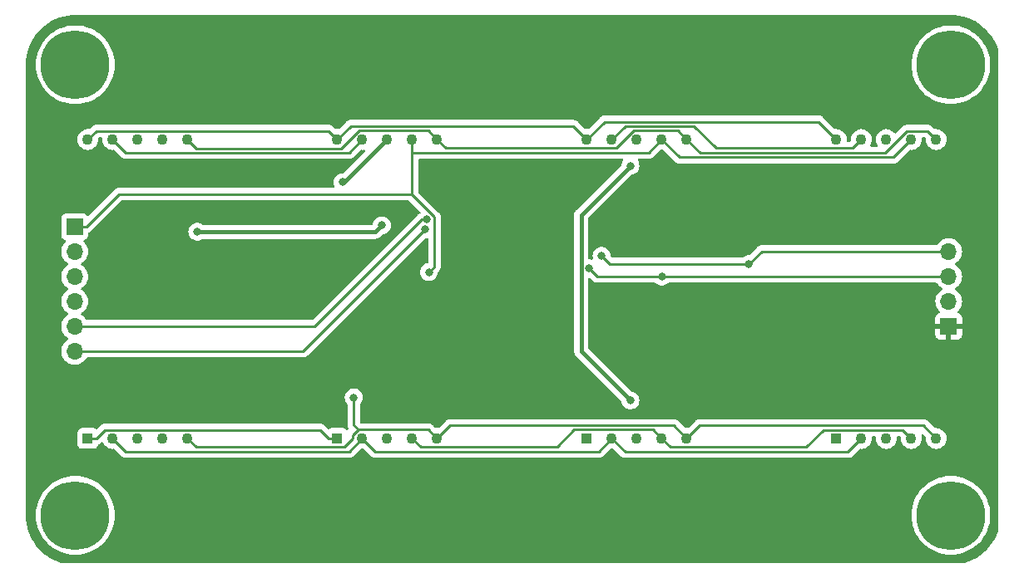
<source format=gbr>
G04 #@! TF.GenerationSoftware,KiCad,Pcbnew,7.0.9*
G04 #@! TF.CreationDate,2024-05-18T22:09:02+10:00*
G04 #@! TF.ProjectId,inchdigits,696e6368-6469-4676-9974-732e6b696361,1*
G04 #@! TF.SameCoordinates,Original*
G04 #@! TF.FileFunction,Copper,L1,Top*
G04 #@! TF.FilePolarity,Positive*
%FSLAX46Y46*%
G04 Gerber Fmt 4.6, Leading zero omitted, Abs format (unit mm)*
G04 Created by KiCad (PCBNEW 7.0.9) date 2024-05-18 22:09:02*
%MOMM*%
%LPD*%
G01*
G04 APERTURE LIST*
G04 #@! TA.AperFunction,ComponentPad*
%ADD10R,1.100000X1.100000*%
G04 #@! TD*
G04 #@! TA.AperFunction,ComponentPad*
%ADD11C,1.100000*%
G04 #@! TD*
G04 #@! TA.AperFunction,ComponentPad*
%ADD12C,7.000000*%
G04 #@! TD*
G04 #@! TA.AperFunction,ComponentPad*
%ADD13R,1.700000X1.700000*%
G04 #@! TD*
G04 #@! TA.AperFunction,ComponentPad*
%ADD14O,1.700000X1.700000*%
G04 #@! TD*
G04 #@! TA.AperFunction,ViaPad*
%ADD15C,0.800000*%
G04 #@! TD*
G04 #@! TA.AperFunction,Conductor*
%ADD16C,0.250000*%
G04 #@! TD*
G04 #@! TA.AperFunction,Conductor*
%ADD17C,0.400000*%
G04 #@! TD*
G04 APERTURE END LIST*
D10*
X97790000Y-114300000D03*
D11*
X100330000Y-114300000D03*
X102870000Y-114300000D03*
X105410000Y-114300000D03*
X107950000Y-114300000D03*
X107950000Y-83820000D03*
X105410000Y-83820000D03*
X102870000Y-83820000D03*
X100330000Y-83820000D03*
X97790000Y-83820000D03*
D10*
X123190000Y-114300000D03*
D11*
X125730000Y-114300000D03*
X128270000Y-114300000D03*
X130810000Y-114300000D03*
X133350000Y-114300000D03*
X133350000Y-83820000D03*
X130810000Y-83820000D03*
X128270000Y-83820000D03*
X125730000Y-83820000D03*
X123190000Y-83820000D03*
D10*
X173990000Y-114300000D03*
D11*
X176530000Y-114300000D03*
X179070000Y-114300000D03*
X181610000Y-114300000D03*
X184150000Y-114300000D03*
X184150000Y-83820000D03*
X181610000Y-83820000D03*
X179070000Y-83820000D03*
X176530000Y-83820000D03*
X173990000Y-83820000D03*
D12*
X96520000Y-76200000D03*
X185637900Y-76200000D03*
X96520000Y-122137900D03*
X185637900Y-122137900D03*
D10*
X148590000Y-114300000D03*
D11*
X151130000Y-114300000D03*
X153670000Y-114300000D03*
X156210000Y-114300000D03*
X158750000Y-114300000D03*
X158750000Y-83820000D03*
X156210000Y-83820000D03*
X153670000Y-83820000D03*
X151130000Y-83820000D03*
X148590000Y-83820000D03*
D13*
X185420000Y-102860000D03*
D14*
X185420000Y-100320000D03*
X185420000Y-97780000D03*
X185420000Y-95240000D03*
D13*
X96450000Y-92710000D03*
D14*
X96450000Y-95250000D03*
X96450000Y-97790000D03*
X96450000Y-100330000D03*
X96450000Y-102870000D03*
X96450000Y-105410000D03*
D15*
X104140000Y-109220000D03*
X132080000Y-86360000D03*
X104140000Y-99060000D03*
X154940000Y-90170000D03*
X128270000Y-100330000D03*
X165100000Y-96520000D03*
X150090900Y-95694800D03*
X148804000Y-96950700D03*
X156220000Y-97780000D03*
X127716500Y-92570500D03*
X108941300Y-93235400D03*
X124861900Y-110127200D03*
X132503500Y-97349900D03*
X123731700Y-88173000D03*
X153017600Y-110428600D03*
X153017600Y-86502300D03*
X132320500Y-91982300D03*
X132081900Y-93005200D03*
D16*
X185420000Y-95240000D02*
X166380000Y-95240000D01*
X150916100Y-96520000D02*
X150090900Y-95694800D01*
X166380000Y-95240000D02*
X165100000Y-96520000D01*
X165100000Y-96520000D02*
X150916100Y-96520000D01*
X156200000Y-97780000D02*
X149633300Y-97780000D01*
X156200000Y-97780000D02*
X156220000Y-97780000D01*
X185420000Y-97780000D02*
X156220000Y-97780000D01*
X149633300Y-97780000D02*
X148804000Y-96950700D01*
X99540600Y-113424700D02*
X98665300Y-114300000D01*
X121439400Y-113424700D02*
X99540600Y-113424700D01*
X122314700Y-114300000D02*
X121439400Y-113424700D01*
X97790000Y-114300000D02*
X98665300Y-114300000D01*
X123190000Y-114300000D02*
X122314700Y-114300000D01*
X152486200Y-115656200D02*
X151130000Y-114300000D01*
X127068400Y-115638400D02*
X149791600Y-115638400D01*
X124391900Y-115638100D02*
X125730000Y-114300000D01*
X101668100Y-115638100D02*
X124391900Y-115638100D01*
X176530000Y-114300000D02*
X175173800Y-115656200D01*
X149791600Y-115638400D02*
X151130000Y-114300000D01*
X175173800Y-115656200D02*
X152486200Y-115656200D01*
X125730000Y-114300000D02*
X127068400Y-115638400D01*
X100330000Y-114300000D02*
X101668100Y-115638100D01*
D17*
X127051600Y-93235400D02*
X108941300Y-93235400D01*
X127716500Y-92570500D02*
X127051600Y-93235400D01*
D16*
X172668400Y-113424700D02*
X170905100Y-115188000D01*
X155315900Y-113405900D02*
X156210000Y-114300000D01*
X170905100Y-115188000D02*
X157098000Y-115188000D01*
X147317700Y-113405900D02*
X155315900Y-113405900D01*
X157098000Y-115188000D02*
X156210000Y-114300000D01*
X180734700Y-113424700D02*
X172668400Y-113424700D01*
X130810000Y-114300000D02*
X131685400Y-115175400D01*
X145548200Y-115175400D02*
X147317700Y-113405900D01*
X181610000Y-114300000D02*
X180734700Y-113424700D01*
X131685400Y-115175400D02*
X145548200Y-115175400D01*
X132447700Y-113397700D02*
X133350000Y-114300000D01*
X124797100Y-113928700D02*
X125328100Y-113397700D01*
X125328100Y-113397700D02*
X132447700Y-113397700D01*
X123922800Y-115187800D02*
X124797100Y-114313500D01*
X184150000Y-114300000D02*
X182805500Y-112955500D01*
X182805500Y-112955500D02*
X160094500Y-112955500D01*
X124861900Y-112931500D02*
X125328100Y-113397700D01*
X157405500Y-112955500D02*
X134694500Y-112955500D01*
X107950000Y-114300000D02*
X108837800Y-115187800D01*
X124861900Y-110127200D02*
X124861900Y-112931500D01*
X134694500Y-112955500D02*
X133350000Y-114300000D01*
X160094500Y-112955500D02*
X158750000Y-114300000D01*
X124797100Y-114313500D02*
X124797100Y-113928700D01*
X158750000Y-114300000D02*
X157405500Y-112955500D01*
X108837800Y-115187800D02*
X123922800Y-115187800D01*
X107950000Y-83820000D02*
X108849100Y-84719100D01*
X134225400Y-84695400D02*
X151556500Y-84695400D01*
X153344700Y-82907200D02*
X157837200Y-82907200D01*
X157837200Y-82907200D02*
X158750000Y-83820000D01*
X184150000Y-83820000D02*
X183273900Y-82943900D01*
X123592800Y-84719100D02*
X125400300Y-82911600D01*
X133350000Y-83820000D02*
X134225400Y-84695400D01*
X108849100Y-84719100D02*
X123592800Y-84719100D01*
X132441600Y-82911600D02*
X133350000Y-83820000D01*
X151556500Y-84695400D02*
X153344700Y-82907200D01*
X178938300Y-85189900D02*
X160119900Y-85189900D01*
X183273900Y-82943900D02*
X181184300Y-82943900D01*
X160119900Y-85189900D02*
X158750000Y-83820000D01*
X181184300Y-82943900D02*
X178938300Y-85189900D01*
X125400300Y-82911600D02*
X132441600Y-82911600D01*
X130810000Y-89348900D02*
X130810000Y-85145800D01*
X156210000Y-83820000D02*
X158030800Y-85640800D01*
X130810000Y-85145800D02*
X154884200Y-85145800D01*
X133079400Y-91715300D02*
X133079400Y-96774000D01*
X133079400Y-96774000D02*
X132503500Y-97349900D01*
X97625300Y-92710000D02*
X100937900Y-89397400D01*
X130810000Y-85145800D02*
X130810000Y-83820000D01*
X158030800Y-85640800D02*
X179789200Y-85640800D01*
X130761500Y-89397400D02*
X133079400Y-91715300D01*
X96450000Y-92710000D02*
X97625300Y-92710000D01*
X154884200Y-85145800D02*
X156210000Y-83820000D01*
X100937900Y-89397400D02*
X130761500Y-89397400D01*
X130761500Y-89397400D02*
X130810000Y-89348900D01*
X179789200Y-85640800D02*
X181610000Y-83820000D01*
X176530000Y-83820000D02*
X175645000Y-84705000D01*
X124380500Y-85169500D02*
X101679500Y-85169500D01*
X175645000Y-84705000D02*
X161714100Y-84705000D01*
X125730000Y-83820000D02*
X124380500Y-85169500D01*
X152493200Y-82456800D02*
X151130000Y-83820000D01*
X159465900Y-82456800D02*
X152493200Y-82456800D01*
X161714100Y-84705000D02*
X159465900Y-82456800D01*
X101679500Y-85169500D02*
X100330000Y-83820000D01*
X147227000Y-82457000D02*
X148590000Y-83820000D01*
X97790000Y-83820000D02*
X98665400Y-82944600D01*
X123190000Y-83820000D02*
X124553000Y-82457000D01*
X172176500Y-82006500D02*
X150403500Y-82006500D01*
X98665400Y-82944600D02*
X122314600Y-82944600D01*
X124553000Y-82457000D02*
X147227000Y-82457000D01*
X122314600Y-82944600D02*
X123190000Y-83820000D01*
X173990000Y-83820000D02*
X172176500Y-82006500D01*
X150403500Y-82006500D02*
X148590000Y-83820000D01*
D17*
X123917000Y-88173000D02*
X123731700Y-88173000D01*
X128270000Y-83820000D02*
X123917000Y-88173000D01*
X148001900Y-91518000D02*
X148001900Y-105412900D01*
X153017600Y-86502300D02*
X148001900Y-91518000D01*
X148001900Y-105412900D02*
X153017600Y-110428600D01*
D16*
X120903000Y-102870000D02*
X131790700Y-91982300D01*
X96450000Y-102870000D02*
X120903000Y-102870000D01*
X131790700Y-91982300D02*
X132320500Y-91982300D01*
X96450000Y-105410000D02*
X119677100Y-105410000D01*
X119677100Y-105410000D02*
X132081900Y-93005200D01*
G04 #@! TA.AperFunction,Conductor*
G36*
X130515027Y-90050902D02*
G01*
X130536001Y-90067805D01*
X131639627Y-91171431D01*
X131673653Y-91233743D01*
X131668588Y-91304558D01*
X131626041Y-91361394D01*
X131596914Y-91377678D01*
X131588040Y-91381192D01*
X131582424Y-91383115D01*
X131537107Y-91396282D01*
X131519664Y-91406597D01*
X131501918Y-91415290D01*
X131483082Y-91422748D01*
X131444909Y-91450481D01*
X131439948Y-91453740D01*
X131399338Y-91477758D01*
X131385011Y-91492084D01*
X131369985Y-91504917D01*
X131353595Y-91516825D01*
X131353593Y-91516827D01*
X131323508Y-91553192D01*
X131319512Y-91557583D01*
X120677500Y-102199595D01*
X120615188Y-102233621D01*
X120588405Y-102236500D01*
X97727038Y-102236500D01*
X97658917Y-102216498D01*
X97621555Y-102179415D01*
X97525724Y-102032734D01*
X97525720Y-102032729D01*
X97373237Y-101867091D01*
X97240831Y-101764035D01*
X97195576Y-101728811D01*
X97162319Y-101710813D01*
X97111929Y-101660802D01*
X97096576Y-101591485D01*
X97121136Y-101524872D01*
X97162320Y-101489186D01*
X97195576Y-101471189D01*
X97373240Y-101332906D01*
X97525722Y-101167268D01*
X97648860Y-100978791D01*
X97739296Y-100772616D01*
X97794564Y-100554368D01*
X97813156Y-100330000D01*
X97794564Y-100105632D01*
X97739296Y-99887384D01*
X97648860Y-99681209D01*
X97642140Y-99670924D01*
X97525724Y-99492734D01*
X97525720Y-99492729D01*
X97373237Y-99327091D01*
X97291382Y-99263381D01*
X97195576Y-99188811D01*
X97162319Y-99170813D01*
X97111929Y-99120802D01*
X97096576Y-99051485D01*
X97121136Y-98984872D01*
X97162320Y-98949186D01*
X97195576Y-98931189D01*
X97373240Y-98792906D01*
X97525722Y-98627268D01*
X97648860Y-98438791D01*
X97739296Y-98232616D01*
X97794564Y-98014368D01*
X97813156Y-97790000D01*
X97794564Y-97565632D01*
X97788029Y-97539827D01*
X97739297Y-97347387D01*
X97739296Y-97347386D01*
X97739296Y-97347384D01*
X97648860Y-97141209D01*
X97590002Y-97051120D01*
X97525724Y-96952734D01*
X97525720Y-96952729D01*
X97397048Y-96812956D01*
X97373240Y-96787094D01*
X97373239Y-96787093D01*
X97373237Y-96787091D01*
X97274097Y-96709927D01*
X97195576Y-96648811D01*
X97162319Y-96630813D01*
X97111929Y-96580802D01*
X97096576Y-96511485D01*
X97121136Y-96444872D01*
X97162320Y-96409186D01*
X97195576Y-96391189D01*
X97373240Y-96252906D01*
X97525722Y-96087268D01*
X97648860Y-95898791D01*
X97739296Y-95692616D01*
X97794564Y-95474368D01*
X97813156Y-95250000D01*
X97794564Y-95025632D01*
X97741292Y-94815266D01*
X97739297Y-94807387D01*
X97739296Y-94807386D01*
X97739296Y-94807384D01*
X97648860Y-94601209D01*
X97615021Y-94549415D01*
X97525724Y-94412734D01*
X97525719Y-94412729D01*
X97516513Y-94402729D01*
X97382524Y-94257179D01*
X97351103Y-94193514D01*
X97359090Y-94122968D01*
X97403948Y-94067939D01*
X97431183Y-94053789D01*
X97546204Y-94010889D01*
X97630480Y-93947801D01*
X97663261Y-93923261D01*
X97750887Y-93806207D01*
X97750887Y-93806206D01*
X97750889Y-93806204D01*
X97801989Y-93669201D01*
X97808500Y-93608638D01*
X97808500Y-93409246D01*
X97828502Y-93341125D01*
X97873365Y-93302250D01*
X97872067Y-93300056D01*
X97896326Y-93285708D01*
X97914080Y-93277009D01*
X97932917Y-93269552D01*
X97971086Y-93241818D01*
X97976044Y-93238562D01*
X97981391Y-93235400D01*
X108027796Y-93235400D01*
X108047757Y-93425327D01*
X108065197Y-93479000D01*
X108106773Y-93606956D01*
X108135141Y-93656091D01*
X108202258Y-93772341D01*
X108202265Y-93772351D01*
X108330044Y-93914264D01*
X108370993Y-93944015D01*
X108484548Y-94026518D01*
X108659012Y-94104194D01*
X108845813Y-94143900D01*
X109036787Y-94143900D01*
X109223588Y-94104194D01*
X109398052Y-94026518D01*
X109478644Y-93967963D01*
X109545512Y-93944106D01*
X109552705Y-93943900D01*
X127028285Y-93943900D01*
X127032088Y-93944014D01*
X127094693Y-93947802D01*
X127156412Y-93936491D01*
X127160125Y-93935926D01*
X127222401Y-93928365D01*
X127231930Y-93924750D01*
X127253904Y-93918626D01*
X127263929Y-93916789D01*
X127321152Y-93891034D01*
X127324609Y-93889602D01*
X127383275Y-93867354D01*
X127391666Y-93861561D01*
X127411522Y-93850361D01*
X127420826Y-93846175D01*
X127470236Y-93807463D01*
X127473221Y-93805267D01*
X127524873Y-93769615D01*
X127566488Y-93722639D01*
X127569057Y-93719911D01*
X127783035Y-93505933D01*
X127845346Y-93471910D01*
X127845636Y-93471847D01*
X127998788Y-93439294D01*
X128173252Y-93361618D01*
X128327753Y-93249366D01*
X128327755Y-93249364D01*
X128455534Y-93107451D01*
X128455535Y-93107449D01*
X128455540Y-93107444D01*
X128551027Y-92942056D01*
X128610042Y-92760428D01*
X128630004Y-92570500D01*
X128610042Y-92380572D01*
X128551027Y-92198944D01*
X128455540Y-92033556D01*
X128455538Y-92033554D01*
X128455534Y-92033548D01*
X128327755Y-91891635D01*
X128173252Y-91779382D01*
X127998788Y-91701706D01*
X127811987Y-91662000D01*
X127621013Y-91662000D01*
X127434211Y-91701706D01*
X127259747Y-91779382D01*
X127105244Y-91891635D01*
X126977465Y-92033548D01*
X126977458Y-92033558D01*
X126881976Y-92198938D01*
X126881973Y-92198945D01*
X126822957Y-92380572D01*
X126819437Y-92414070D01*
X126792424Y-92479727D01*
X126734202Y-92520357D01*
X126694127Y-92526900D01*
X109552705Y-92526900D01*
X109484584Y-92506898D01*
X109478644Y-92502836D01*
X109398052Y-92444282D01*
X109223588Y-92366606D01*
X109036787Y-92326900D01*
X108845813Y-92326900D01*
X108659011Y-92366606D01*
X108484547Y-92444282D01*
X108330044Y-92556535D01*
X108202265Y-92698448D01*
X108202258Y-92698458D01*
X108106776Y-92863838D01*
X108106773Y-92863845D01*
X108047757Y-93045472D01*
X108027796Y-93235400D01*
X97981391Y-93235400D01*
X98016662Y-93214542D01*
X98030985Y-93200218D01*
X98046024Y-93187374D01*
X98062407Y-93175472D01*
X98092493Y-93139103D01*
X98096461Y-93134741D01*
X101163400Y-90067805D01*
X101225712Y-90033779D01*
X101252495Y-90030900D01*
X130446906Y-90030900D01*
X130515027Y-90050902D01*
G37*
G04 #@! TD.AperFunction*
G04 #@! TA.AperFunction,Conductor*
G36*
X185650728Y-71146030D02*
G01*
X186052722Y-71162657D01*
X186057847Y-71163082D01*
X186467263Y-71214114D01*
X186472376Y-71214967D01*
X186876173Y-71299635D01*
X186881187Y-71300905D01*
X187276616Y-71418629D01*
X187281509Y-71420309D01*
X187665848Y-71570278D01*
X187670606Y-71572366D01*
X188041227Y-71753551D01*
X188045808Y-71756030D01*
X188045810Y-71756031D01*
X188400217Y-71967211D01*
X188404571Y-71970057D01*
X188740313Y-72209773D01*
X188744423Y-72212972D01*
X189059239Y-72479607D01*
X189063059Y-72483123D01*
X189354774Y-72774838D01*
X189358291Y-72778659D01*
X189624927Y-73093474D01*
X189628126Y-73097585D01*
X189867841Y-73433326D01*
X189870691Y-73437687D01*
X190081868Y-73792089D01*
X190084347Y-73796670D01*
X190265532Y-74167291D01*
X190267625Y-74172062D01*
X190417582Y-74556368D01*
X190419274Y-74561295D01*
X190494762Y-74814852D01*
X190500000Y-74850805D01*
X190500000Y-123487086D01*
X190494762Y-123523038D01*
X190419274Y-123776599D01*
X190417582Y-123781526D01*
X190267624Y-124165835D01*
X190265531Y-124170606D01*
X190084346Y-124541227D01*
X190081867Y-124545808D01*
X189870690Y-124900210D01*
X189867840Y-124904571D01*
X189628125Y-125240312D01*
X189624926Y-125244423D01*
X189358290Y-125559238D01*
X189354762Y-125563071D01*
X189063071Y-125854762D01*
X189059238Y-125858290D01*
X188744423Y-126124926D01*
X188740312Y-126128125D01*
X188404571Y-126367840D01*
X188400210Y-126370690D01*
X188045808Y-126581867D01*
X188041227Y-126584346D01*
X187670606Y-126765531D01*
X187665835Y-126767624D01*
X187281526Y-126917582D01*
X187276599Y-126919274D01*
X187023039Y-126994762D01*
X186987087Y-127000000D01*
X95170814Y-127000000D01*
X95134861Y-126994762D01*
X94881296Y-126919272D01*
X94876375Y-126917582D01*
X94492062Y-126767622D01*
X94487292Y-126765530D01*
X94116671Y-126584345D01*
X94112090Y-126581866D01*
X93757688Y-126370689D01*
X93753327Y-126367839D01*
X93417579Y-126128119D01*
X93413468Y-126124920D01*
X93098673Y-125858301D01*
X93094840Y-125854773D01*
X92803131Y-125563065D01*
X92799603Y-125559232D01*
X92532973Y-125244422D01*
X92529774Y-125240311D01*
X92290059Y-124904570D01*
X92287209Y-124900209D01*
X92076032Y-124545807D01*
X92073553Y-124541226D01*
X91892368Y-124170605D01*
X91890280Y-124165847D01*
X91740311Y-123781508D01*
X91738631Y-123776615D01*
X91620907Y-123381186D01*
X91619637Y-123376172D01*
X91534969Y-122972375D01*
X91534115Y-122967253D01*
X91528332Y-122920856D01*
X91483084Y-122557849D01*
X91482659Y-122552720D01*
X91465502Y-122137900D01*
X92506666Y-122137900D01*
X92525991Y-122531276D01*
X92583781Y-122920863D01*
X92650325Y-123186521D01*
X92679480Y-123302914D01*
X92758242Y-123523038D01*
X92812163Y-123673736D01*
X92980555Y-124029773D01*
X92980557Y-124029776D01*
X93183037Y-124367593D01*
X93417640Y-124683918D01*
X93417648Y-124683928D01*
X93417651Y-124683932D01*
X93480759Y-124753561D01*
X93682143Y-124975756D01*
X93827086Y-125107123D01*
X93973968Y-125240249D01*
X93973971Y-125240251D01*
X93973981Y-125240259D01*
X94290306Y-125474862D01*
X94290310Y-125474864D01*
X94290311Y-125474865D01*
X94628127Y-125677345D01*
X94984164Y-125845737D01*
X95354991Y-125978421D01*
X95737037Y-126074119D01*
X96126624Y-126131909D01*
X96462477Y-126148408D01*
X96519996Y-126151234D01*
X96520000Y-126151234D01*
X96520004Y-126151234D01*
X96575494Y-126148507D01*
X96913376Y-126131909D01*
X97302963Y-126074119D01*
X97685009Y-125978421D01*
X98055836Y-125845737D01*
X98411873Y-125677345D01*
X98749689Y-125474865D01*
X99066032Y-125240249D01*
X99357856Y-124975756D01*
X99622349Y-124683932D01*
X99856965Y-124367589D01*
X100059445Y-124029773D01*
X100227837Y-123673736D01*
X100360521Y-123302909D01*
X100456219Y-122920863D01*
X100514009Y-122531276D01*
X100533334Y-122137900D01*
X181624566Y-122137900D01*
X181643891Y-122531276D01*
X181701681Y-122920863D01*
X181768225Y-123186521D01*
X181797380Y-123302914D01*
X181876142Y-123523038D01*
X181930063Y-123673736D01*
X182098455Y-124029773D01*
X182098457Y-124029776D01*
X182300937Y-124367593D01*
X182535540Y-124683918D01*
X182535548Y-124683928D01*
X182535551Y-124683932D01*
X182598659Y-124753561D01*
X182800043Y-124975756D01*
X182944986Y-125107123D01*
X183091868Y-125240249D01*
X183091871Y-125240251D01*
X183091881Y-125240259D01*
X183408206Y-125474862D01*
X183408210Y-125474864D01*
X183408211Y-125474865D01*
X183746027Y-125677345D01*
X184102064Y-125845737D01*
X184472891Y-125978421D01*
X184854937Y-126074119D01*
X185244524Y-126131909D01*
X185580377Y-126148408D01*
X185637896Y-126151234D01*
X185637900Y-126151234D01*
X185637904Y-126151234D01*
X185693394Y-126148507D01*
X186031276Y-126131909D01*
X186420863Y-126074119D01*
X186802909Y-125978421D01*
X187173736Y-125845737D01*
X187529773Y-125677345D01*
X187867589Y-125474865D01*
X188183932Y-125240249D01*
X188475756Y-124975756D01*
X188740249Y-124683932D01*
X188974865Y-124367589D01*
X189177345Y-124029773D01*
X189345737Y-123673736D01*
X189478421Y-123302909D01*
X189574119Y-122920863D01*
X189631909Y-122531276D01*
X189651234Y-122137900D01*
X189631909Y-121744524D01*
X189574119Y-121354937D01*
X189478421Y-120972891D01*
X189345737Y-120602064D01*
X189177345Y-120246027D01*
X188974865Y-119908211D01*
X188974864Y-119908210D01*
X188974862Y-119908206D01*
X188740259Y-119591881D01*
X188740251Y-119591871D01*
X188740249Y-119591868D01*
X188623243Y-119462772D01*
X188475756Y-119300043D01*
X188296211Y-119137314D01*
X188183932Y-119035551D01*
X188183928Y-119035548D01*
X188183918Y-119035540D01*
X187867593Y-118800937D01*
X187529776Y-118598457D01*
X187529777Y-118598457D01*
X187529773Y-118598455D01*
X187173736Y-118430063D01*
X187142166Y-118418767D01*
X186802914Y-118297380D01*
X186707028Y-118273362D01*
X186420863Y-118201681D01*
X186380837Y-118195743D01*
X186031285Y-118143892D01*
X186031280Y-118143891D01*
X186031276Y-118143891D01*
X185834588Y-118134228D01*
X185637904Y-118124566D01*
X185637896Y-118124566D01*
X185413113Y-118135608D01*
X185244524Y-118143891D01*
X185244520Y-118143891D01*
X185244514Y-118143892D01*
X184854943Y-118201680D01*
X184854941Y-118201680D01*
X184854937Y-118201681D01*
X184663914Y-118249530D01*
X184472885Y-118297380D01*
X184102066Y-118430062D01*
X183746023Y-118598457D01*
X183408206Y-118800937D01*
X183091881Y-119035540D01*
X183091871Y-119035548D01*
X182800043Y-119300043D01*
X182535548Y-119591871D01*
X182535540Y-119591881D01*
X182300937Y-119908206D01*
X182098457Y-120246023D01*
X181930062Y-120602066D01*
X181797380Y-120972885D01*
X181749530Y-121163914D01*
X181701681Y-121354937D01*
X181643891Y-121744524D01*
X181624566Y-122137900D01*
X100533334Y-122137900D01*
X100514009Y-121744524D01*
X100456219Y-121354937D01*
X100360521Y-120972891D01*
X100227837Y-120602064D01*
X100059445Y-120246027D01*
X99856965Y-119908211D01*
X99856964Y-119908210D01*
X99856962Y-119908206D01*
X99622359Y-119591881D01*
X99622351Y-119591871D01*
X99622349Y-119591868D01*
X99505343Y-119462772D01*
X99357856Y-119300043D01*
X99178311Y-119137314D01*
X99066032Y-119035551D01*
X99066028Y-119035548D01*
X99066018Y-119035540D01*
X98749693Y-118800937D01*
X98411876Y-118598457D01*
X98411877Y-118598457D01*
X98411873Y-118598455D01*
X98055836Y-118430063D01*
X98024266Y-118418767D01*
X97685014Y-118297380D01*
X97589128Y-118273362D01*
X97302963Y-118201681D01*
X97262937Y-118195743D01*
X96913385Y-118143892D01*
X96913380Y-118143891D01*
X96913376Y-118143891D01*
X96716688Y-118134228D01*
X96520004Y-118124566D01*
X96519996Y-118124566D01*
X96295213Y-118135608D01*
X96126624Y-118143891D01*
X96126620Y-118143891D01*
X96126614Y-118143892D01*
X95737043Y-118201680D01*
X95737041Y-118201680D01*
X95737037Y-118201681D01*
X95546014Y-118249530D01*
X95354985Y-118297380D01*
X94984166Y-118430062D01*
X94628123Y-118598457D01*
X94290306Y-118800937D01*
X93973981Y-119035540D01*
X93973971Y-119035548D01*
X93682143Y-119300043D01*
X93417648Y-119591871D01*
X93417640Y-119591881D01*
X93183037Y-119908206D01*
X92980557Y-120246023D01*
X92812162Y-120602066D01*
X92679480Y-120972885D01*
X92631630Y-121163914D01*
X92583781Y-121354937D01*
X92525991Y-121744524D01*
X92506666Y-122137900D01*
X91465502Y-122137900D01*
X91465502Y-122137898D01*
X91465500Y-122137857D01*
X91465500Y-114898649D01*
X96731500Y-114898649D01*
X96738009Y-114959196D01*
X96738011Y-114959204D01*
X96789110Y-115096202D01*
X96789112Y-115096207D01*
X96876738Y-115213261D01*
X96993792Y-115300887D01*
X96993794Y-115300888D01*
X96993796Y-115300889D01*
X97052875Y-115322924D01*
X97130795Y-115351988D01*
X97130803Y-115351990D01*
X97191350Y-115358499D01*
X97191355Y-115358499D01*
X97191362Y-115358500D01*
X97191368Y-115358500D01*
X98388632Y-115358500D01*
X98388638Y-115358500D01*
X98388645Y-115358499D01*
X98388649Y-115358499D01*
X98449196Y-115351990D01*
X98449199Y-115351989D01*
X98449201Y-115351989D01*
X98586204Y-115300889D01*
X98610557Y-115282659D01*
X98703261Y-115213261D01*
X98790886Y-115096208D01*
X98790885Y-115096208D01*
X98790889Y-115096204D01*
X98841137Y-114961483D01*
X98883682Y-114904652D01*
X98912172Y-114890445D01*
X98911619Y-114889166D01*
X98918895Y-114886017D01*
X98936326Y-114875708D01*
X98954080Y-114867009D01*
X98972917Y-114859552D01*
X99011086Y-114831818D01*
X99016044Y-114828562D01*
X99056662Y-114804542D01*
X99070985Y-114790218D01*
X99086024Y-114777374D01*
X99102407Y-114765472D01*
X99132493Y-114729103D01*
X99136461Y-114724741D01*
X99159925Y-114701277D01*
X99222235Y-114667253D01*
X99293050Y-114672318D01*
X99349886Y-114714865D01*
X99360140Y-114730977D01*
X99445632Y-114890919D01*
X99493333Y-114949042D01*
X99577906Y-115052094D01*
X99739083Y-115184369D01*
X99922969Y-115282659D01*
X100122498Y-115343185D01*
X100122502Y-115343185D01*
X100122504Y-115343186D01*
X100329997Y-115363622D01*
X100330000Y-115363622D01*
X100330001Y-115363622D01*
X100350110Y-115361641D01*
X100423374Y-115354425D01*
X100493126Y-115367653D01*
X100524819Y-115390723D01*
X101160853Y-116026757D01*
X101170820Y-116039197D01*
X101171047Y-116039010D01*
X101176099Y-116045117D01*
X101176100Y-116045118D01*
X101186299Y-116054695D01*
X101227195Y-116093099D01*
X101248325Y-116114230D01*
X101253868Y-116118530D01*
X101258381Y-116122385D01*
X101273551Y-116136630D01*
X101292779Y-116154686D01*
X101292780Y-116154686D01*
X101292782Y-116154688D01*
X101310529Y-116164444D01*
X101327059Y-116175302D01*
X101343059Y-116187713D01*
X101374236Y-116201204D01*
X101386351Y-116206447D01*
X101391685Y-116209059D01*
X101433040Y-116231795D01*
X101452662Y-116236833D01*
X101471363Y-116243235D01*
X101483914Y-116248667D01*
X101489952Y-116251280D01*
X101489953Y-116251280D01*
X101489955Y-116251281D01*
X101536577Y-116258664D01*
X101542362Y-116259863D01*
X101588070Y-116271600D01*
X101608324Y-116271600D01*
X101628034Y-116273151D01*
X101629329Y-116273356D01*
X101648043Y-116276320D01*
X101682572Y-116273056D01*
X101695017Y-116271880D01*
X101700950Y-116271600D01*
X124308047Y-116271600D01*
X124323888Y-116273349D01*
X124323916Y-116273056D01*
X124331802Y-116273800D01*
X124331809Y-116273802D01*
X124401858Y-116271600D01*
X124431756Y-116271600D01*
X124438718Y-116270719D01*
X124444619Y-116270254D01*
X124491789Y-116268773D01*
X124511247Y-116263119D01*
X124530594Y-116259113D01*
X124550697Y-116256574D01*
X124551617Y-116256210D01*
X124564065Y-116251281D01*
X124594579Y-116239199D01*
X124600174Y-116237283D01*
X124635022Y-116227160D01*
X124645491Y-116224119D01*
X124645495Y-116224117D01*
X124662926Y-116213808D01*
X124680680Y-116205109D01*
X124699517Y-116197652D01*
X124737686Y-116169918D01*
X124742644Y-116166662D01*
X124783262Y-116142642D01*
X124797585Y-116128318D01*
X124812624Y-116115474D01*
X124813918Y-116114534D01*
X124829007Y-116103572D01*
X124859093Y-116067203D01*
X124863061Y-116062841D01*
X125535181Y-115390721D01*
X125597491Y-115356697D01*
X125636623Y-115354425D01*
X125686106Y-115359298D01*
X125729998Y-115363622D01*
X125730000Y-115363622D01*
X125730001Y-115363622D01*
X125750110Y-115361641D01*
X125823374Y-115354425D01*
X125893126Y-115367653D01*
X125924819Y-115390723D01*
X126561153Y-116027057D01*
X126571120Y-116039497D01*
X126571347Y-116039310D01*
X126576399Y-116045417D01*
X126627495Y-116093399D01*
X126648625Y-116114530D01*
X126654168Y-116118830D01*
X126658681Y-116122685D01*
X126670277Y-116133574D01*
X126693079Y-116154986D01*
X126693080Y-116154986D01*
X126693082Y-116154988D01*
X126710829Y-116164744D01*
X126727359Y-116175602D01*
X126743359Y-116188013D01*
X126765632Y-116197651D01*
X126786651Y-116206747D01*
X126791985Y-116209359D01*
X126833340Y-116232095D01*
X126852962Y-116237133D01*
X126871663Y-116243535D01*
X126890255Y-116251581D01*
X126936870Y-116258963D01*
X126942642Y-116260158D01*
X126988370Y-116271900D01*
X127008631Y-116271900D01*
X127028339Y-116273450D01*
X127048343Y-116276619D01*
X127082864Y-116273356D01*
X127095310Y-116272180D01*
X127101242Y-116271900D01*
X149707747Y-116271900D01*
X149723588Y-116273649D01*
X149723616Y-116273356D01*
X149731502Y-116274100D01*
X149731509Y-116274102D01*
X149801558Y-116271900D01*
X149831456Y-116271900D01*
X149838418Y-116271019D01*
X149844319Y-116270554D01*
X149891489Y-116269073D01*
X149910947Y-116263419D01*
X149930294Y-116259413D01*
X149950397Y-116256874D01*
X149951158Y-116256573D01*
X149963765Y-116251581D01*
X149994279Y-116239499D01*
X149999874Y-116237583D01*
X150036791Y-116226859D01*
X150045191Y-116224419D01*
X150045195Y-116224417D01*
X150062626Y-116214108D01*
X150080380Y-116205409D01*
X150099217Y-116197952D01*
X150137386Y-116170218D01*
X150142344Y-116166962D01*
X150182962Y-116142942D01*
X150197285Y-116128618D01*
X150212324Y-116115774D01*
X150214031Y-116114534D01*
X150228707Y-116103872D01*
X150258793Y-116067503D01*
X150262761Y-116063141D01*
X150935181Y-115390721D01*
X150997491Y-115356697D01*
X151036623Y-115354425D01*
X151086106Y-115359298D01*
X151129998Y-115363622D01*
X151130000Y-115363622D01*
X151130001Y-115363622D01*
X151150110Y-115361641D01*
X151223374Y-115354425D01*
X151293126Y-115367653D01*
X151324819Y-115390723D01*
X151978953Y-116044857D01*
X151988920Y-116057297D01*
X151989147Y-116057110D01*
X151994199Y-116063217D01*
X152045295Y-116111199D01*
X152066425Y-116132330D01*
X152071968Y-116136630D01*
X152076481Y-116140485D01*
X152091926Y-116154988D01*
X152110879Y-116172786D01*
X152110880Y-116172786D01*
X152110882Y-116172788D01*
X152128629Y-116182544D01*
X152145159Y-116193402D01*
X152161159Y-116205813D01*
X152179635Y-116213808D01*
X152204451Y-116224547D01*
X152209785Y-116227159D01*
X152251140Y-116249895D01*
X152270762Y-116254933D01*
X152289463Y-116261335D01*
X152308055Y-116269381D01*
X152354670Y-116276763D01*
X152360442Y-116277958D01*
X152406170Y-116289700D01*
X152426431Y-116289700D01*
X152446139Y-116291250D01*
X152466143Y-116294419D01*
X152500664Y-116291156D01*
X152513110Y-116289980D01*
X152519042Y-116289700D01*
X175089947Y-116289700D01*
X175105788Y-116291449D01*
X175105816Y-116291156D01*
X175113702Y-116291900D01*
X175113709Y-116291902D01*
X175183758Y-116289700D01*
X175213656Y-116289700D01*
X175220618Y-116288819D01*
X175226519Y-116288354D01*
X175273689Y-116286873D01*
X175293147Y-116281219D01*
X175312494Y-116277213D01*
X175332597Y-116274674D01*
X175334045Y-116274101D01*
X175342765Y-116270648D01*
X175376479Y-116257299D01*
X175382074Y-116255383D01*
X175410616Y-116247091D01*
X175427391Y-116242219D01*
X175427395Y-116242217D01*
X175444826Y-116231908D01*
X175462580Y-116223209D01*
X175481417Y-116215752D01*
X175519586Y-116188018D01*
X175524544Y-116184762D01*
X175565162Y-116160742D01*
X175579485Y-116146418D01*
X175594524Y-116133574D01*
X175596231Y-116132334D01*
X175610907Y-116121672D01*
X175640993Y-116085303D01*
X175644961Y-116080941D01*
X176335181Y-115390721D01*
X176397491Y-115356697D01*
X176436623Y-115354425D01*
X176486106Y-115359298D01*
X176529998Y-115363622D01*
X176530000Y-115363622D01*
X176530003Y-115363622D01*
X176737495Y-115343186D01*
X176737496Y-115343185D01*
X176737502Y-115343185D01*
X176937031Y-115282659D01*
X177120917Y-115184369D01*
X177282094Y-115052094D01*
X177414369Y-114890917D01*
X177512659Y-114707031D01*
X177573185Y-114507502D01*
X177574435Y-114494818D01*
X177593622Y-114300003D01*
X177593622Y-114299995D01*
X177583434Y-114196549D01*
X177596663Y-114126796D01*
X177645503Y-114075268D01*
X177708827Y-114058200D01*
X177891173Y-114058200D01*
X177959294Y-114078202D01*
X178005787Y-114131858D01*
X178016566Y-114196549D01*
X178006378Y-114299995D01*
X178006378Y-114300003D01*
X178026813Y-114507495D01*
X178026814Y-114507501D01*
X178026815Y-114507502D01*
X178087341Y-114707031D01*
X178185631Y-114890917D01*
X178317906Y-115052094D01*
X178479083Y-115184369D01*
X178662969Y-115282659D01*
X178862498Y-115343185D01*
X178862502Y-115343185D01*
X178862504Y-115343186D01*
X179069997Y-115363622D01*
X179070000Y-115363622D01*
X179070003Y-115363622D01*
X179277495Y-115343186D01*
X179277496Y-115343185D01*
X179277502Y-115343185D01*
X179477031Y-115282659D01*
X179660917Y-115184369D01*
X179822094Y-115052094D01*
X179954369Y-114890917D01*
X180052659Y-114707031D01*
X180113185Y-114507502D01*
X180114435Y-114494818D01*
X180133622Y-114300003D01*
X180133622Y-114299995D01*
X180123434Y-114196549D01*
X180136663Y-114126796D01*
X180185503Y-114075268D01*
X180248827Y-114058200D01*
X180420106Y-114058200D01*
X180488227Y-114078202D01*
X180509201Y-114095105D01*
X180519276Y-114105180D01*
X180553302Y-114167492D01*
X180555574Y-114206625D01*
X180546378Y-114299996D01*
X180546378Y-114300003D01*
X180566813Y-114507495D01*
X180566814Y-114507501D01*
X180566815Y-114507502D01*
X180627341Y-114707031D01*
X180725631Y-114890917D01*
X180857906Y-115052094D01*
X181019083Y-115184369D01*
X181202969Y-115282659D01*
X181402498Y-115343185D01*
X181402502Y-115343185D01*
X181402504Y-115343186D01*
X181609997Y-115363622D01*
X181610000Y-115363622D01*
X181610003Y-115363622D01*
X181817495Y-115343186D01*
X181817496Y-115343185D01*
X181817502Y-115343185D01*
X182017031Y-115282659D01*
X182200917Y-115184369D01*
X182362094Y-115052094D01*
X182494369Y-114890917D01*
X182592659Y-114707031D01*
X182653185Y-114507502D01*
X182654435Y-114494818D01*
X182673622Y-114300003D01*
X182673622Y-114299996D01*
X182653186Y-114092506D01*
X182653185Y-114092504D01*
X182653185Y-114092498D01*
X182627898Y-114009140D01*
X182627266Y-113938150D01*
X182665115Y-113878084D01*
X182729430Y-113848015D01*
X182799792Y-113857492D01*
X182837569Y-113883473D01*
X183059276Y-114105180D01*
X183093302Y-114167492D01*
X183095574Y-114206625D01*
X183086378Y-114299996D01*
X183086378Y-114300003D01*
X183106813Y-114507495D01*
X183106814Y-114507501D01*
X183106815Y-114507502D01*
X183167341Y-114707031D01*
X183265631Y-114890917D01*
X183397906Y-115052094D01*
X183559083Y-115184369D01*
X183742969Y-115282659D01*
X183942498Y-115343185D01*
X183942502Y-115343185D01*
X183942504Y-115343186D01*
X184149997Y-115363622D01*
X184150000Y-115363622D01*
X184150003Y-115363622D01*
X184357495Y-115343186D01*
X184357496Y-115343185D01*
X184357502Y-115343185D01*
X184557031Y-115282659D01*
X184740917Y-115184369D01*
X184902094Y-115052094D01*
X185034369Y-114890917D01*
X185132659Y-114707031D01*
X185193185Y-114507502D01*
X185194435Y-114494818D01*
X185213622Y-114300003D01*
X185213622Y-114299996D01*
X185193186Y-114092504D01*
X185193185Y-114092502D01*
X185193185Y-114092498D01*
X185132659Y-113892969D01*
X185034369Y-113709083D01*
X184902094Y-113547906D01*
X184740917Y-113415631D01*
X184557031Y-113317341D01*
X184357502Y-113256815D01*
X184357501Y-113256814D01*
X184357495Y-113256813D01*
X184150003Y-113236378D01*
X184149997Y-113236378D01*
X184056626Y-113245574D01*
X183986873Y-113232345D01*
X183955181Y-113209276D01*
X183312744Y-112566839D01*
X183302779Y-112554401D01*
X183302552Y-112554590D01*
X183297501Y-112548484D01*
X183297500Y-112548482D01*
X183246420Y-112500515D01*
X183235930Y-112490025D01*
X183225277Y-112479371D01*
X183225272Y-112479366D01*
X183219725Y-112475063D01*
X183215217Y-112471212D01*
X183180825Y-112438917D01*
X183180819Y-112438913D01*
X183163063Y-112429151D01*
X183146547Y-112418302D01*
X183130541Y-112405886D01*
X183099789Y-112392578D01*
X183087240Y-112387148D01*
X183081908Y-112384536D01*
X183040561Y-112361805D01*
X183020936Y-112356766D01*
X183002236Y-112350364D01*
X182983645Y-112342319D01*
X182983643Y-112342318D01*
X182983642Y-112342318D01*
X182937042Y-112334937D01*
X182931229Y-112333733D01*
X182885530Y-112322000D01*
X182865276Y-112322000D01*
X182845566Y-112320449D01*
X182825557Y-112317280D01*
X182825556Y-112317280D01*
X182778583Y-112321720D01*
X182772650Y-112322000D01*
X160178353Y-112322000D01*
X160162511Y-112320250D01*
X160162484Y-112320544D01*
X160154592Y-112319798D01*
X160154591Y-112319798D01*
X160084542Y-112322000D01*
X160054644Y-112322000D01*
X160054640Y-112322000D01*
X160054630Y-112322001D01*
X160047679Y-112322879D01*
X160041767Y-112323344D01*
X159994612Y-112324826D01*
X159994610Y-112324827D01*
X159975155Y-112330478D01*
X159955802Y-112334486D01*
X159935710Y-112337024D01*
X159935702Y-112337026D01*
X159891836Y-112354393D01*
X159886221Y-112356316D01*
X159840907Y-112369482D01*
X159823464Y-112379797D01*
X159805718Y-112388490D01*
X159786882Y-112395948D01*
X159748709Y-112423681D01*
X159743748Y-112426940D01*
X159703138Y-112450958D01*
X159688811Y-112465284D01*
X159673785Y-112478117D01*
X159657395Y-112490025D01*
X159657393Y-112490027D01*
X159627313Y-112526386D01*
X159623317Y-112530777D01*
X158944817Y-113209276D01*
X158882505Y-113243301D01*
X158843373Y-113245573D01*
X158750005Y-113236378D01*
X158749997Y-113236378D01*
X158656626Y-113245574D01*
X158586873Y-113232345D01*
X158555181Y-113209276D01*
X157912744Y-112566839D01*
X157902779Y-112554401D01*
X157902552Y-112554590D01*
X157897501Y-112548484D01*
X157897500Y-112548482D01*
X157846420Y-112500515D01*
X157835930Y-112490025D01*
X157825277Y-112479371D01*
X157825272Y-112479366D01*
X157819725Y-112475063D01*
X157815217Y-112471212D01*
X157780825Y-112438917D01*
X157780819Y-112438913D01*
X157763063Y-112429151D01*
X157746547Y-112418302D01*
X157730541Y-112405886D01*
X157699789Y-112392578D01*
X157687240Y-112387148D01*
X157681908Y-112384536D01*
X157640561Y-112361805D01*
X157620936Y-112356766D01*
X157602236Y-112350364D01*
X157583645Y-112342319D01*
X157583643Y-112342318D01*
X157583642Y-112342318D01*
X157537042Y-112334937D01*
X157531229Y-112333733D01*
X157485530Y-112322000D01*
X157465276Y-112322000D01*
X157445566Y-112320449D01*
X157425557Y-112317280D01*
X157425556Y-112317280D01*
X157378583Y-112321720D01*
X157372650Y-112322000D01*
X134778353Y-112322000D01*
X134762511Y-112320250D01*
X134762484Y-112320544D01*
X134754592Y-112319798D01*
X134754591Y-112319798D01*
X134684542Y-112322000D01*
X134654644Y-112322000D01*
X134654640Y-112322000D01*
X134654630Y-112322001D01*
X134647679Y-112322879D01*
X134641767Y-112323344D01*
X134594612Y-112324826D01*
X134594610Y-112324827D01*
X134575155Y-112330478D01*
X134555802Y-112334486D01*
X134535710Y-112337024D01*
X134535702Y-112337026D01*
X134491836Y-112354393D01*
X134486221Y-112356316D01*
X134440907Y-112369482D01*
X134423464Y-112379797D01*
X134405718Y-112388490D01*
X134386882Y-112395948D01*
X134348709Y-112423681D01*
X134343748Y-112426940D01*
X134303138Y-112450958D01*
X134288811Y-112465284D01*
X134273785Y-112478117D01*
X134257395Y-112490025D01*
X134257393Y-112490027D01*
X134227313Y-112526386D01*
X134223317Y-112530777D01*
X133544817Y-113209276D01*
X133482505Y-113243301D01*
X133443373Y-113245573D01*
X133350005Y-113236378D01*
X133349995Y-113236378D01*
X133256625Y-113245573D01*
X133186872Y-113232344D01*
X133155181Y-113209276D01*
X132954945Y-113009041D01*
X132944980Y-112996602D01*
X132944753Y-112996791D01*
X132939699Y-112990681D01*
X132888620Y-112942715D01*
X132867477Y-112921571D01*
X132867472Y-112921566D01*
X132861925Y-112917263D01*
X132857417Y-112913412D01*
X132823025Y-112881117D01*
X132823019Y-112881113D01*
X132805263Y-112871351D01*
X132788747Y-112860502D01*
X132772741Y-112848086D01*
X132741989Y-112834778D01*
X132729440Y-112829348D01*
X132724108Y-112826736D01*
X132682761Y-112804005D01*
X132663136Y-112798966D01*
X132644436Y-112792564D01*
X132637919Y-112789744D01*
X132625845Y-112784519D01*
X132625843Y-112784518D01*
X132625842Y-112784518D01*
X132579242Y-112777137D01*
X132573429Y-112775933D01*
X132527730Y-112764200D01*
X132507476Y-112764200D01*
X132487766Y-112762649D01*
X132467757Y-112759480D01*
X132467756Y-112759480D01*
X132420783Y-112763920D01*
X132414850Y-112764200D01*
X125642695Y-112764200D01*
X125574574Y-112744198D01*
X125553600Y-112727295D01*
X125532305Y-112706000D01*
X125498279Y-112643688D01*
X125495400Y-112616905D01*
X125495400Y-110829724D01*
X125515402Y-110761603D01*
X125527758Y-110745420D01*
X125600940Y-110664144D01*
X125696427Y-110498756D01*
X125755442Y-110317128D01*
X125775404Y-110127200D01*
X125755442Y-109937272D01*
X125696427Y-109755644D01*
X125600940Y-109590256D01*
X125600938Y-109590254D01*
X125600934Y-109590248D01*
X125473155Y-109448335D01*
X125318652Y-109336082D01*
X125144188Y-109258406D01*
X124957387Y-109218700D01*
X124766413Y-109218700D01*
X124579611Y-109258406D01*
X124405147Y-109336082D01*
X124250644Y-109448335D01*
X124122865Y-109590248D01*
X124122858Y-109590258D01*
X124027376Y-109755638D01*
X124027373Y-109755645D01*
X123968357Y-109937272D01*
X123948396Y-110127200D01*
X123968357Y-110317127D01*
X123998426Y-110409670D01*
X124027373Y-110498756D01*
X124027376Y-110498761D01*
X124096523Y-110618528D01*
X124122860Y-110664144D01*
X124196037Y-110745415D01*
X124226753Y-110809420D01*
X124228400Y-110829724D01*
X124228400Y-112847646D01*
X124226651Y-112863488D01*
X124226944Y-112863516D01*
X124226198Y-112871407D01*
X124228400Y-112941457D01*
X124228400Y-112971351D01*
X124228401Y-112971372D01*
X124229278Y-112978320D01*
X124229744Y-112984232D01*
X124231226Y-113031388D01*
X124231227Y-113031393D01*
X124236877Y-113050839D01*
X124240886Y-113070197D01*
X124243425Y-113090293D01*
X124243426Y-113090299D01*
X124260793Y-113134162D01*
X124262716Y-113139779D01*
X124275882Y-113185093D01*
X124286194Y-113202531D01*
X124294888Y-113220279D01*
X124305265Y-113246486D01*
X124302334Y-113247646D01*
X124314462Y-113302711D01*
X124289823Y-113369295D01*
X124233098Y-113411988D01*
X124162295Y-113417236D01*
X124112085Y-113389988D01*
X124110475Y-113392139D01*
X123986207Y-113299112D01*
X123986202Y-113299110D01*
X123849204Y-113248011D01*
X123849196Y-113248009D01*
X123788649Y-113241500D01*
X123788638Y-113241500D01*
X122591362Y-113241500D01*
X122591350Y-113241500D01*
X122530803Y-113248009D01*
X122530795Y-113248011D01*
X122393796Y-113299110D01*
X122393793Y-113299112D01*
X122375922Y-113312490D01*
X122309401Y-113337299D01*
X122240027Y-113322206D01*
X122211321Y-113300716D01*
X121946645Y-113036041D01*
X121936680Y-113023602D01*
X121936453Y-113023791D01*
X121931399Y-113017681D01*
X121880320Y-112969715D01*
X121859177Y-112948571D01*
X121859172Y-112948566D01*
X121853625Y-112944263D01*
X121849117Y-112940412D01*
X121814725Y-112908117D01*
X121814719Y-112908113D01*
X121796963Y-112898351D01*
X121780447Y-112887502D01*
X121764441Y-112875086D01*
X121730732Y-112860499D01*
X121721140Y-112856348D01*
X121715808Y-112853736D01*
X121674461Y-112831005D01*
X121654836Y-112825966D01*
X121636136Y-112819564D01*
X121617545Y-112811519D01*
X121617543Y-112811518D01*
X121617542Y-112811518D01*
X121570942Y-112804137D01*
X121565129Y-112802933D01*
X121519430Y-112791200D01*
X121499176Y-112791200D01*
X121479466Y-112789649D01*
X121459457Y-112786480D01*
X121459456Y-112786480D01*
X121412483Y-112790920D01*
X121406550Y-112791200D01*
X99624453Y-112791200D01*
X99608611Y-112789450D01*
X99608584Y-112789744D01*
X99600692Y-112788998D01*
X99600691Y-112788998D01*
X99530642Y-112791200D01*
X99500744Y-112791200D01*
X99500740Y-112791200D01*
X99500730Y-112791201D01*
X99493779Y-112792079D01*
X99487867Y-112792544D01*
X99440712Y-112794026D01*
X99440710Y-112794027D01*
X99421255Y-112799678D01*
X99401902Y-112803686D01*
X99381810Y-112806224D01*
X99381802Y-112806226D01*
X99337936Y-112823593D01*
X99332321Y-112825516D01*
X99287007Y-112838682D01*
X99271105Y-112848086D01*
X99269564Y-112848997D01*
X99251818Y-112857690D01*
X99232982Y-112865148D01*
X99194809Y-112892881D01*
X99189848Y-112896140D01*
X99149238Y-112920158D01*
X99134911Y-112934484D01*
X99119885Y-112947317D01*
X99103495Y-112959225D01*
X99103493Y-112959227D01*
X99073413Y-112995586D01*
X99069417Y-112999977D01*
X98768678Y-113300715D01*
X98706366Y-113334740D01*
X98635550Y-113329675D01*
X98604076Y-113312488D01*
X98586210Y-113299114D01*
X98586202Y-113299110D01*
X98449204Y-113248011D01*
X98449196Y-113248009D01*
X98388649Y-113241500D01*
X98388638Y-113241500D01*
X97191362Y-113241500D01*
X97191350Y-113241500D01*
X97130803Y-113248009D01*
X97130795Y-113248011D01*
X96993797Y-113299110D01*
X96993792Y-113299112D01*
X96876738Y-113386738D01*
X96789112Y-113503792D01*
X96789110Y-113503797D01*
X96738011Y-113640795D01*
X96738009Y-113640803D01*
X96731500Y-113701350D01*
X96731500Y-114898649D01*
X91465500Y-114898649D01*
X91465500Y-105410000D01*
X95086844Y-105410000D01*
X95102914Y-105603935D01*
X95105437Y-105634375D01*
X95160702Y-105852612D01*
X95160703Y-105852613D01*
X95160704Y-105852616D01*
X95245200Y-106045249D01*
X95251141Y-106058793D01*
X95374275Y-106247265D01*
X95374279Y-106247270D01*
X95526762Y-106412908D01*
X95581331Y-106455381D01*
X95704424Y-106551189D01*
X95902426Y-106658342D01*
X95902427Y-106658342D01*
X95902428Y-106658343D01*
X96014227Y-106696723D01*
X96115365Y-106731444D01*
X96337431Y-106768500D01*
X96337435Y-106768500D01*
X96562565Y-106768500D01*
X96562569Y-106768500D01*
X96784635Y-106731444D01*
X96997574Y-106658342D01*
X97195576Y-106551189D01*
X97373240Y-106412906D01*
X97525722Y-106247268D01*
X97621555Y-106100585D01*
X97675558Y-106054496D01*
X97727038Y-106043500D01*
X119593247Y-106043500D01*
X119609088Y-106045249D01*
X119609116Y-106044956D01*
X119617002Y-106045700D01*
X119617009Y-106045702D01*
X119687058Y-106043500D01*
X119716956Y-106043500D01*
X119723918Y-106042619D01*
X119729819Y-106042154D01*
X119776989Y-106040673D01*
X119796447Y-106035019D01*
X119815794Y-106031013D01*
X119835897Y-106028474D01*
X119879779Y-106011099D01*
X119885374Y-106009183D01*
X119913916Y-106000891D01*
X119930691Y-105996019D01*
X119930695Y-105996017D01*
X119948126Y-105985708D01*
X119965880Y-105977009D01*
X119984717Y-105969552D01*
X120022886Y-105941818D01*
X120027844Y-105938562D01*
X120068462Y-105914542D01*
X120082785Y-105900218D01*
X120097824Y-105887374D01*
X120114207Y-105875472D01*
X120144293Y-105839103D01*
X120148261Y-105834741D01*
X132032399Y-93950605D01*
X132094711Y-93916579D01*
X132121494Y-93913700D01*
X132177387Y-93913700D01*
X132293703Y-93888976D01*
X132364494Y-93894378D01*
X132421126Y-93937195D01*
X132445620Y-94003832D01*
X132445900Y-94012223D01*
X132445900Y-96331313D01*
X132425898Y-96399434D01*
X132372242Y-96445927D01*
X132346098Y-96454559D01*
X132221215Y-96481104D01*
X132046747Y-96558782D01*
X131892244Y-96671035D01*
X131764465Y-96812948D01*
X131764458Y-96812958D01*
X131668976Y-96978338D01*
X131668973Y-96978344D01*
X131661314Y-97001916D01*
X131609957Y-97159972D01*
X131589996Y-97349900D01*
X131609957Y-97539827D01*
X131618342Y-97565632D01*
X131668973Y-97721456D01*
X131668976Y-97721461D01*
X131764458Y-97886841D01*
X131764465Y-97886851D01*
X131892244Y-98028764D01*
X131892247Y-98028766D01*
X132046748Y-98141018D01*
X132221212Y-98218694D01*
X132408013Y-98258400D01*
X132598987Y-98258400D01*
X132785788Y-98218694D01*
X132960252Y-98141018D01*
X133114753Y-98028766D01*
X133169378Y-97968099D01*
X133242534Y-97886851D01*
X133242535Y-97886849D01*
X133242540Y-97886844D01*
X133338027Y-97721456D01*
X133397042Y-97539828D01*
X133414407Y-97374603D01*
X133441420Y-97308948D01*
X133450613Y-97298689D01*
X133468057Y-97281245D01*
X133480492Y-97271284D01*
X133480305Y-97271057D01*
X133486409Y-97266005D01*
X133486418Y-97266000D01*
X133534399Y-97214904D01*
X133555535Y-97193769D01*
X133559837Y-97188221D01*
X133563667Y-97183735D01*
X133595986Y-97149321D01*
X133605745Y-97131567D01*
X133616604Y-97115038D01*
X133620826Y-97109595D01*
X133629014Y-97099040D01*
X133647754Y-97055732D01*
X133650365Y-97050404D01*
X133673094Y-97009061D01*
X133673095Y-97009060D01*
X133678133Y-96989435D01*
X133684538Y-96970730D01*
X133692581Y-96952145D01*
X133699961Y-96905547D01*
X133701162Y-96899740D01*
X133712900Y-96854030D01*
X133712900Y-96833775D01*
X133714451Y-96814063D01*
X133714626Y-96812958D01*
X133717620Y-96794057D01*
X133714474Y-96760772D01*
X133713180Y-96747080D01*
X133712900Y-96741148D01*
X133712900Y-91799154D01*
X133714649Y-91783312D01*
X133714356Y-91783285D01*
X133715100Y-91775399D01*
X133715102Y-91775392D01*
X133712900Y-91705328D01*
X133712900Y-91675444D01*
X133712020Y-91668482D01*
X133711556Y-91662593D01*
X133710074Y-91615411D01*
X133704420Y-91595952D01*
X133700412Y-91576597D01*
X133697874Y-91556503D01*
X133680503Y-91512629D01*
X133678589Y-91507040D01*
X133665419Y-91461707D01*
X133655103Y-91444264D01*
X133646405Y-91426509D01*
X133638952Y-91407683D01*
X133611218Y-91369510D01*
X133607958Y-91364547D01*
X133607532Y-91363826D01*
X133583942Y-91323938D01*
X133569614Y-91309610D01*
X133556784Y-91294589D01*
X133544872Y-91278193D01*
X133544869Y-91278191D01*
X133544869Y-91278190D01*
X133508507Y-91248108D01*
X133504126Y-91244122D01*
X131480405Y-89220400D01*
X131446379Y-89158088D01*
X131443500Y-89131305D01*
X131443500Y-85905300D01*
X131463502Y-85837179D01*
X131517158Y-85790686D01*
X131569500Y-85779300D01*
X152167741Y-85779300D01*
X152235862Y-85799302D01*
X152282355Y-85852958D01*
X152292459Y-85923232D01*
X152276860Y-85968300D01*
X152186337Y-86125091D01*
X152183073Y-86130744D01*
X152171247Y-86167140D01*
X152124057Y-86312372D01*
X152119149Y-86359071D01*
X152092135Y-86424728D01*
X152082934Y-86434994D01*
X147517411Y-91000518D01*
X147514640Y-91003126D01*
X147467684Y-91044726D01*
X147432057Y-91096339D01*
X147429804Y-91099401D01*
X147391127Y-91148769D01*
X147391122Y-91148779D01*
X147386935Y-91158080D01*
X147375746Y-91177921D01*
X147369945Y-91186326D01*
X147347707Y-91244961D01*
X147346251Y-91248476D01*
X147320513Y-91305665D01*
X147320509Y-91305678D01*
X147318670Y-91315711D01*
X147312551Y-91337661D01*
X147308934Y-91347199D01*
X147301376Y-91409441D01*
X147300804Y-91413201D01*
X147289498Y-91474906D01*
X147289498Y-91474907D01*
X147291613Y-91509878D01*
X147293285Y-91537508D01*
X147293400Y-91541313D01*
X147293400Y-105389585D01*
X147293285Y-105393390D01*
X147289498Y-105455992D01*
X147300802Y-105517682D01*
X147301375Y-105521444D01*
X147308933Y-105583694D01*
X147308934Y-105583698D01*
X147312550Y-105593233D01*
X147318671Y-105615189D01*
X147320512Y-105625232D01*
X147346253Y-105682428D01*
X147347709Y-105685943D01*
X147361234Y-105721605D01*
X147369946Y-105744575D01*
X147375740Y-105752969D01*
X147386935Y-105772819D01*
X147391123Y-105782122D01*
X147391125Y-105782126D01*
X147415349Y-105813046D01*
X147429799Y-105831490D01*
X147432054Y-105834555D01*
X147467683Y-105886171D01*
X147467684Y-105886172D01*
X147467685Y-105886173D01*
X147514650Y-105927780D01*
X147517394Y-105930364D01*
X150805730Y-109218700D01*
X152082934Y-110495904D01*
X152116960Y-110558216D01*
X152119149Y-110571827D01*
X152124057Y-110618527D01*
X152138880Y-110664145D01*
X152183073Y-110800156D01*
X152183076Y-110800161D01*
X152278558Y-110965541D01*
X152278565Y-110965551D01*
X152406344Y-111107464D01*
X152406347Y-111107466D01*
X152560848Y-111219718D01*
X152735312Y-111297394D01*
X152922113Y-111337100D01*
X153113087Y-111337100D01*
X153299888Y-111297394D01*
X153474352Y-111219718D01*
X153628853Y-111107466D01*
X153756640Y-110965544D01*
X153852127Y-110800156D01*
X153911142Y-110618528D01*
X153931104Y-110428600D01*
X153911142Y-110238672D01*
X153852127Y-110057044D01*
X153756640Y-109891656D01*
X153756638Y-109891654D01*
X153756634Y-109891648D01*
X153628855Y-109749735D01*
X153474352Y-109637482D01*
X153299888Y-109559806D01*
X153147031Y-109527315D01*
X153084557Y-109493586D01*
X153084133Y-109493163D01*
X148747305Y-105156335D01*
X148713279Y-105094023D01*
X148710400Y-105067240D01*
X148710400Y-98057194D01*
X148730402Y-97989073D01*
X148784058Y-97942580D01*
X148854332Y-97932476D01*
X148918912Y-97961970D01*
X148925495Y-97968099D01*
X149126053Y-98168657D01*
X149136020Y-98181097D01*
X149136247Y-98180910D01*
X149141299Y-98187017D01*
X149192395Y-98234999D01*
X149213525Y-98256130D01*
X149219068Y-98260430D01*
X149223581Y-98264285D01*
X149257979Y-98296586D01*
X149257980Y-98296586D01*
X149257982Y-98296588D01*
X149275729Y-98306344D01*
X149292259Y-98317202D01*
X149308259Y-98329613D01*
X149339436Y-98343104D01*
X149351551Y-98348347D01*
X149356885Y-98350959D01*
X149398240Y-98373695D01*
X149417862Y-98378733D01*
X149436563Y-98385135D01*
X149449114Y-98390567D01*
X149455152Y-98393180D01*
X149455153Y-98393180D01*
X149455155Y-98393181D01*
X149501777Y-98400564D01*
X149507562Y-98401763D01*
X149553270Y-98413500D01*
X149573524Y-98413500D01*
X149593234Y-98415051D01*
X149595441Y-98415400D01*
X149613243Y-98418220D01*
X149647170Y-98415012D01*
X149660217Y-98413780D01*
X149666150Y-98413500D01*
X155511800Y-98413500D01*
X155579921Y-98433502D01*
X155605437Y-98455190D01*
X155608747Y-98458866D01*
X155763248Y-98571118D01*
X155937712Y-98648794D01*
X156124513Y-98688500D01*
X156315487Y-98688500D01*
X156502288Y-98648794D01*
X156676752Y-98571118D01*
X156831253Y-98458866D01*
X156834563Y-98455190D01*
X156895009Y-98417950D01*
X156928200Y-98413500D01*
X184142962Y-98413500D01*
X184211083Y-98433502D01*
X184248445Y-98470585D01*
X184344275Y-98617265D01*
X184344279Y-98617270D01*
X184496762Y-98782908D01*
X184509610Y-98792908D01*
X184674424Y-98921189D01*
X184707680Y-98939186D01*
X184758071Y-98989200D01*
X184773423Y-99058516D01*
X184748862Y-99125129D01*
X184707680Y-99160813D01*
X184674426Y-99178810D01*
X184674424Y-99178811D01*
X184496762Y-99317091D01*
X184344279Y-99482729D01*
X184344275Y-99482734D01*
X184221141Y-99671206D01*
X184130703Y-99877386D01*
X184130702Y-99877387D01*
X184075437Y-100095624D01*
X184075436Y-100095630D01*
X184075436Y-100095632D01*
X184056844Y-100320000D01*
X184075437Y-100544375D01*
X184130702Y-100762612D01*
X184130703Y-100762613D01*
X184130704Y-100762616D01*
X184221140Y-100968791D01*
X184221141Y-100968793D01*
X184344275Y-101157265D01*
X184344279Y-101157270D01*
X184487841Y-101313217D01*
X184519262Y-101376882D01*
X184511276Y-101447428D01*
X184466417Y-101502457D01*
X184439173Y-101516610D01*
X184324039Y-101559553D01*
X184324034Y-101559555D01*
X184207095Y-101647095D01*
X184119555Y-101764034D01*
X184119555Y-101764035D01*
X184068505Y-101900906D01*
X184062000Y-101961402D01*
X184062000Y-102606000D01*
X184988884Y-102606000D01*
X184960507Y-102650156D01*
X184920000Y-102788111D01*
X184920000Y-102931889D01*
X184960507Y-103069844D01*
X184988884Y-103114000D01*
X184062000Y-103114000D01*
X184062000Y-103758597D01*
X184068505Y-103819093D01*
X184119555Y-103955964D01*
X184119555Y-103955965D01*
X184207095Y-104072904D01*
X184324034Y-104160444D01*
X184460906Y-104211494D01*
X184521402Y-104217999D01*
X184521415Y-104218000D01*
X185166000Y-104218000D01*
X185166000Y-103293674D01*
X185277685Y-103344680D01*
X185384237Y-103360000D01*
X185455763Y-103360000D01*
X185562315Y-103344680D01*
X185674000Y-103293674D01*
X185674000Y-104218000D01*
X186318585Y-104218000D01*
X186318597Y-104217999D01*
X186379093Y-104211494D01*
X186515964Y-104160444D01*
X186515965Y-104160444D01*
X186632904Y-104072904D01*
X186720444Y-103955965D01*
X186720444Y-103955964D01*
X186771494Y-103819093D01*
X186777999Y-103758597D01*
X186778000Y-103758585D01*
X186778000Y-103114000D01*
X185851116Y-103114000D01*
X185879493Y-103069844D01*
X185920000Y-102931889D01*
X185920000Y-102788111D01*
X185879493Y-102650156D01*
X185851116Y-102606000D01*
X186778000Y-102606000D01*
X186778000Y-101961414D01*
X186777999Y-101961402D01*
X186771494Y-101900906D01*
X186720444Y-101764035D01*
X186720444Y-101764034D01*
X186632904Y-101647095D01*
X186515966Y-101559556D01*
X186400826Y-101516611D01*
X186343991Y-101474064D01*
X186319180Y-101407543D01*
X186334272Y-101338169D01*
X186352154Y-101313222D01*
X186495722Y-101157268D01*
X186618860Y-100968791D01*
X186709296Y-100762616D01*
X186764564Y-100544368D01*
X186783156Y-100320000D01*
X186764564Y-100095632D01*
X186711829Y-99887386D01*
X186709297Y-99877387D01*
X186709296Y-99877386D01*
X186709296Y-99877384D01*
X186618860Y-99671209D01*
X186502257Y-99492734D01*
X186495724Y-99482734D01*
X186495720Y-99482729D01*
X186343237Y-99317091D01*
X186261382Y-99253381D01*
X186165576Y-99178811D01*
X186132319Y-99160813D01*
X186081929Y-99110802D01*
X186066576Y-99041485D01*
X186091136Y-98974872D01*
X186132320Y-98939186D01*
X186165576Y-98921189D01*
X186343240Y-98782906D01*
X186495722Y-98617268D01*
X186618860Y-98428791D01*
X186709296Y-98222616D01*
X186764564Y-98004368D01*
X186783156Y-97780000D01*
X186764564Y-97555632D01*
X186718722Y-97374605D01*
X186709297Y-97337387D01*
X186709296Y-97337386D01*
X186709296Y-97337384D01*
X186618860Y-97131209D01*
X186572862Y-97060803D01*
X186495724Y-96942734D01*
X186495720Y-96942729D01*
X186343237Y-96777091D01*
X186256945Y-96709927D01*
X186165576Y-96638811D01*
X186132319Y-96620813D01*
X186081929Y-96570802D01*
X186066576Y-96501485D01*
X186091136Y-96434872D01*
X186132320Y-96399186D01*
X186165576Y-96381189D01*
X186343240Y-96242906D01*
X186495722Y-96077268D01*
X186618860Y-95888791D01*
X186709296Y-95682616D01*
X186764564Y-95464368D01*
X186783156Y-95240000D01*
X186764564Y-95015632D01*
X186716544Y-94826006D01*
X186709297Y-94797387D01*
X186709296Y-94797386D01*
X186709296Y-94797384D01*
X186618860Y-94591209D01*
X186502257Y-94412734D01*
X186495724Y-94402734D01*
X186495720Y-94402729D01*
X186343237Y-94237091D01*
X186247855Y-94162852D01*
X186165576Y-94098811D01*
X185967574Y-93991658D01*
X185967572Y-93991657D01*
X185967571Y-93991656D01*
X185754639Y-93918557D01*
X185754630Y-93918555D01*
X185710476Y-93911187D01*
X185532569Y-93881500D01*
X185307431Y-93881500D01*
X185159211Y-93906233D01*
X185085369Y-93918555D01*
X185085360Y-93918557D01*
X184872428Y-93991656D01*
X184872426Y-93991658D01*
X184674426Y-94098810D01*
X184674424Y-94098811D01*
X184496762Y-94237091D01*
X184344279Y-94402729D01*
X184344275Y-94402734D01*
X184248445Y-94549415D01*
X184194442Y-94595504D01*
X184142962Y-94606500D01*
X166463849Y-94606500D01*
X166448010Y-94604751D01*
X166447983Y-94605045D01*
X166440091Y-94604299D01*
X166370060Y-94606500D01*
X166340144Y-94606500D01*
X166333172Y-94607379D01*
X166327265Y-94607844D01*
X166280110Y-94609326D01*
X166280105Y-94609327D01*
X166260660Y-94614977D01*
X166241302Y-94618986D01*
X166221210Y-94621524D01*
X166221202Y-94621526D01*
X166177336Y-94638893D01*
X166171721Y-94640816D01*
X166126407Y-94653982D01*
X166126402Y-94653984D01*
X166108963Y-94664297D01*
X166091218Y-94672990D01*
X166072380Y-94680449D01*
X166050278Y-94696507D01*
X166034212Y-94708180D01*
X166029261Y-94711433D01*
X165988640Y-94735455D01*
X165974307Y-94749787D01*
X165959281Y-94762620D01*
X165942895Y-94774526D01*
X165942894Y-94774526D01*
X165912822Y-94810875D01*
X165908827Y-94815266D01*
X165149500Y-95574595D01*
X165087187Y-95608620D01*
X165060404Y-95611500D01*
X165004513Y-95611500D01*
X164817711Y-95651206D01*
X164643247Y-95728882D01*
X164488747Y-95841133D01*
X164485437Y-95844810D01*
X164424991Y-95882050D01*
X164391800Y-95886500D01*
X151230695Y-95886500D01*
X151162574Y-95866498D01*
X151141600Y-95849595D01*
X151038021Y-95746016D01*
X151003995Y-95683704D01*
X151001808Y-95670106D01*
X150984442Y-95504872D01*
X150925427Y-95323244D01*
X150829940Y-95157856D01*
X150829938Y-95157854D01*
X150829934Y-95157848D01*
X150702155Y-95015935D01*
X150547652Y-94903682D01*
X150373188Y-94826006D01*
X150186387Y-94786300D01*
X149995413Y-94786300D01*
X149808611Y-94826006D01*
X149634147Y-94903682D01*
X149479644Y-95015935D01*
X149351865Y-95157848D01*
X149351858Y-95157858D01*
X149256376Y-95323238D01*
X149256373Y-95323245D01*
X149197357Y-95504872D01*
X149177396Y-95694800D01*
X149197357Y-95884727D01*
X149206978Y-95914335D01*
X149209006Y-95985303D01*
X149172344Y-96046101D01*
X149108632Y-96077426D01*
X149060948Y-96076519D01*
X148899488Y-96042200D01*
X148899487Y-96042200D01*
X148836400Y-96042200D01*
X148768279Y-96022198D01*
X148721786Y-95968542D01*
X148710400Y-95916200D01*
X148710400Y-91863660D01*
X148730402Y-91795539D01*
X148747305Y-91774565D01*
X150490970Y-90030900D01*
X153084135Y-87437734D01*
X153146445Y-87403710D01*
X153146684Y-87403658D01*
X153299888Y-87371094D01*
X153474352Y-87293418D01*
X153628853Y-87181166D01*
X153756640Y-87039244D01*
X153852127Y-86873856D01*
X153911142Y-86692228D01*
X153931104Y-86502300D01*
X153911142Y-86312372D01*
X153852127Y-86130744D01*
X153758340Y-85968300D01*
X153741602Y-85899305D01*
X153764822Y-85832213D01*
X153820630Y-85788326D01*
X153867459Y-85779300D01*
X154800347Y-85779300D01*
X154816188Y-85781049D01*
X154816216Y-85780756D01*
X154824102Y-85781500D01*
X154824109Y-85781502D01*
X154894158Y-85779300D01*
X154924056Y-85779300D01*
X154931018Y-85778419D01*
X154936919Y-85777954D01*
X154984089Y-85776473D01*
X155003547Y-85770819D01*
X155022894Y-85766813D01*
X155042997Y-85764274D01*
X155086879Y-85746899D01*
X155092474Y-85744983D01*
X155121016Y-85736691D01*
X155137791Y-85731819D01*
X155137795Y-85731817D01*
X155155226Y-85721508D01*
X155172980Y-85712809D01*
X155191817Y-85705352D01*
X155229986Y-85677618D01*
X155234944Y-85674362D01*
X155275562Y-85650342D01*
X155289885Y-85636018D01*
X155304924Y-85623174D01*
X155321307Y-85611272D01*
X155351393Y-85574903D01*
X155355361Y-85570541D01*
X156015181Y-84910721D01*
X156077491Y-84876697D01*
X156116623Y-84874425D01*
X156166106Y-84879298D01*
X156209998Y-84883622D01*
X156210000Y-84883622D01*
X156210001Y-84883622D01*
X156230110Y-84881641D01*
X156303374Y-84874425D01*
X156373126Y-84887653D01*
X156404819Y-84910723D01*
X157523555Y-86029460D01*
X157533520Y-86041897D01*
X157533747Y-86041710D01*
X157538799Y-86047817D01*
X157589879Y-86095784D01*
X157611023Y-86116929D01*
X157611027Y-86116932D01*
X157611030Y-86116935D01*
X157616582Y-86121242D01*
X157621069Y-86125073D01*
X157642652Y-86145341D01*
X157655477Y-86157385D01*
X157655479Y-86157386D01*
X157673228Y-86167143D01*
X157689753Y-86177998D01*
X157705759Y-86190414D01*
X157745949Y-86207805D01*
X157749062Y-86209152D01*
X157754383Y-86211758D01*
X157795740Y-86234495D01*
X157795748Y-86234497D01*
X157815358Y-86239532D01*
X157834067Y-86245937D01*
X157852655Y-86253981D01*
X157899277Y-86261364D01*
X157905062Y-86262563D01*
X157950770Y-86274300D01*
X157971024Y-86274300D01*
X157990734Y-86275851D01*
X157992941Y-86276200D01*
X158010743Y-86279020D01*
X158045272Y-86275756D01*
X158057717Y-86274580D01*
X158063650Y-86274300D01*
X179705347Y-86274300D01*
X179721188Y-86276049D01*
X179721216Y-86275756D01*
X179729102Y-86276500D01*
X179729109Y-86276502D01*
X179799158Y-86274300D01*
X179829056Y-86274300D01*
X179836018Y-86273419D01*
X179841919Y-86272954D01*
X179889089Y-86271473D01*
X179908547Y-86265819D01*
X179927894Y-86261813D01*
X179947997Y-86259274D01*
X179991879Y-86241899D01*
X179997474Y-86239983D01*
X180026016Y-86231691D01*
X180042791Y-86226819D01*
X180042795Y-86226817D01*
X180060226Y-86216508D01*
X180077980Y-86207809D01*
X180096817Y-86200352D01*
X180134986Y-86172618D01*
X180139944Y-86169362D01*
X180180562Y-86145342D01*
X180194885Y-86131018D01*
X180209924Y-86118174D01*
X180226307Y-86106272D01*
X180256393Y-86069903D01*
X180260361Y-86065541D01*
X181415182Y-84910721D01*
X181477492Y-84876697D01*
X181516624Y-84874425D01*
X181553875Y-84878094D01*
X181609998Y-84883622D01*
X181610000Y-84883622D01*
X181610003Y-84883622D01*
X181817495Y-84863186D01*
X181817496Y-84863185D01*
X181817502Y-84863185D01*
X182017031Y-84802659D01*
X182200917Y-84704369D01*
X182362094Y-84572094D01*
X182494369Y-84410917D01*
X182592659Y-84227031D01*
X182653185Y-84027502D01*
X182654435Y-84014818D01*
X182673622Y-83820003D01*
X182673622Y-83819996D01*
X182663355Y-83715750D01*
X182676584Y-83645996D01*
X182725424Y-83594468D01*
X182788748Y-83577400D01*
X182959306Y-83577400D01*
X183027427Y-83597402D01*
X183048401Y-83614305D01*
X183059276Y-83625180D01*
X183093302Y-83687492D01*
X183095574Y-83726625D01*
X183086378Y-83819996D01*
X183086378Y-83820003D01*
X183106813Y-84027495D01*
X183106814Y-84027501D01*
X183106815Y-84027502D01*
X183167341Y-84227031D01*
X183265631Y-84410917D01*
X183397906Y-84572094D01*
X183559083Y-84704369D01*
X183742969Y-84802659D01*
X183942498Y-84863185D01*
X183942502Y-84863185D01*
X183942504Y-84863186D01*
X184149997Y-84883622D01*
X184150000Y-84883622D01*
X184150003Y-84883622D01*
X184357495Y-84863186D01*
X184357496Y-84863185D01*
X184357502Y-84863185D01*
X184557031Y-84802659D01*
X184740917Y-84704369D01*
X184902094Y-84572094D01*
X185034369Y-84410917D01*
X185132659Y-84227031D01*
X185193185Y-84027502D01*
X185194435Y-84014818D01*
X185213622Y-83820003D01*
X185213622Y-83819996D01*
X185193186Y-83612504D01*
X185193185Y-83612502D01*
X185193185Y-83612498D01*
X185132659Y-83412969D01*
X185034369Y-83229083D01*
X184902094Y-83067906D01*
X184740917Y-82935631D01*
X184557031Y-82837341D01*
X184357502Y-82776815D01*
X184357501Y-82776814D01*
X184357495Y-82776813D01*
X184150003Y-82756378D01*
X184149995Y-82756378D01*
X184056625Y-82765573D01*
X183986872Y-82752344D01*
X183955181Y-82729276D01*
X183781145Y-82555241D01*
X183771180Y-82542802D01*
X183770953Y-82542991D01*
X183765899Y-82536881D01*
X183714820Y-82488915D01*
X183693677Y-82467771D01*
X183693672Y-82467766D01*
X183688125Y-82463463D01*
X183683617Y-82459612D01*
X183649225Y-82427317D01*
X183649219Y-82427313D01*
X183631463Y-82417551D01*
X183614947Y-82406702D01*
X183598941Y-82394286D01*
X183568189Y-82380978D01*
X183555640Y-82375548D01*
X183550308Y-82372936D01*
X183508961Y-82350205D01*
X183489336Y-82345166D01*
X183470636Y-82338764D01*
X183452045Y-82330719D01*
X183452043Y-82330718D01*
X183452042Y-82330718D01*
X183405442Y-82323337D01*
X183399629Y-82322133D01*
X183353930Y-82310400D01*
X183333676Y-82310400D01*
X183313966Y-82308849D01*
X183293957Y-82305680D01*
X183293956Y-82305680D01*
X183246983Y-82310120D01*
X183241050Y-82310400D01*
X181268154Y-82310400D01*
X181252312Y-82308650D01*
X181252285Y-82308944D01*
X181244392Y-82308197D01*
X181174329Y-82310400D01*
X181144444Y-82310400D01*
X181144440Y-82310400D01*
X181144429Y-82310401D01*
X181137490Y-82311277D01*
X181131577Y-82311743D01*
X181084411Y-82313225D01*
X181064950Y-82318879D01*
X181045604Y-82322885D01*
X181025504Y-82325425D01*
X181025503Y-82325425D01*
X180981635Y-82342793D01*
X180976020Y-82344715D01*
X180930713Y-82357878D01*
X180930704Y-82357882D01*
X180913262Y-82368197D01*
X180895515Y-82376891D01*
X180876683Y-82384347D01*
X180876681Y-82384348D01*
X180838514Y-82412078D01*
X180833554Y-82415336D01*
X180792936Y-82439359D01*
X180792933Y-82439361D01*
X180778612Y-82453683D01*
X180763583Y-82466519D01*
X180747193Y-82478427D01*
X180717108Y-82514792D01*
X180713112Y-82519183D01*
X180074686Y-83157608D01*
X180012374Y-83191634D01*
X179941559Y-83186569D01*
X179888192Y-83148446D01*
X179822096Y-83067908D01*
X179660917Y-82935631D01*
X179477031Y-82837341D01*
X179277495Y-82776813D01*
X179070003Y-82756378D01*
X179069997Y-82756378D01*
X178862504Y-82776813D01*
X178662968Y-82837341D01*
X178479082Y-82935631D01*
X178317906Y-83067906D01*
X178185631Y-83229082D01*
X178087341Y-83412968D01*
X178026813Y-83612504D01*
X178006378Y-83819996D01*
X178006378Y-83820003D01*
X178026813Y-84027495D01*
X178026814Y-84027501D01*
X178026815Y-84027502D01*
X178028967Y-84034595D01*
X178086098Y-84222936D01*
X178087341Y-84227031D01*
X178164297Y-84371005D01*
X178178769Y-84440509D01*
X178153366Y-84506806D01*
X178096153Y-84548844D01*
X178053175Y-84556400D01*
X177546825Y-84556400D01*
X177478704Y-84536398D01*
X177432211Y-84482742D01*
X177422107Y-84412468D01*
X177435701Y-84371006D01*
X177512659Y-84227031D01*
X177573185Y-84027502D01*
X177574435Y-84014818D01*
X177593622Y-83820003D01*
X177593622Y-83819996D01*
X177573186Y-83612504D01*
X177573185Y-83612502D01*
X177573185Y-83612498D01*
X177512659Y-83412969D01*
X177414369Y-83229083D01*
X177282094Y-83067906D01*
X177120917Y-82935631D01*
X176937031Y-82837341D01*
X176737502Y-82776815D01*
X176737501Y-82776814D01*
X176737495Y-82776813D01*
X176530003Y-82756378D01*
X176529997Y-82756378D01*
X176322504Y-82776813D01*
X176122968Y-82837341D01*
X175939082Y-82935631D01*
X175777906Y-83067906D01*
X175645631Y-83229082D01*
X175547341Y-83412968D01*
X175486813Y-83612504D01*
X175466378Y-83819996D01*
X175466378Y-83820004D01*
X175475573Y-83913373D01*
X175462344Y-83983126D01*
X175439280Y-84014813D01*
X175419504Y-84034591D01*
X175357193Y-84068619D01*
X175330404Y-84071500D01*
X175167871Y-84071500D01*
X175099750Y-84051498D01*
X175053257Y-83997842D01*
X175042478Y-83933150D01*
X175053622Y-83820002D01*
X175053622Y-83819996D01*
X175033186Y-83612504D01*
X175033185Y-83612502D01*
X175033185Y-83612498D01*
X174972659Y-83412969D01*
X174874369Y-83229083D01*
X174742094Y-83067906D01*
X174580917Y-82935631D01*
X174397031Y-82837341D01*
X174197502Y-82776815D01*
X174197501Y-82776814D01*
X174197495Y-82776813D01*
X173990003Y-82756378D01*
X173989997Y-82756378D01*
X173896626Y-82765574D01*
X173826873Y-82752345D01*
X173795181Y-82729276D01*
X172683744Y-81617839D01*
X172673779Y-81605401D01*
X172673552Y-81605590D01*
X172668501Y-81599484D01*
X172668500Y-81599482D01*
X172617421Y-81551516D01*
X172606931Y-81541026D01*
X172596277Y-81530371D01*
X172596272Y-81530366D01*
X172590725Y-81526063D01*
X172586217Y-81522212D01*
X172551825Y-81489917D01*
X172551819Y-81489913D01*
X172534063Y-81480151D01*
X172517547Y-81469302D01*
X172501541Y-81456886D01*
X172470789Y-81443578D01*
X172458240Y-81438148D01*
X172452908Y-81435536D01*
X172411561Y-81412805D01*
X172391936Y-81407766D01*
X172373236Y-81401364D01*
X172354645Y-81393319D01*
X172354643Y-81393318D01*
X172354642Y-81393318D01*
X172308042Y-81385937D01*
X172302229Y-81384733D01*
X172256530Y-81373000D01*
X172236276Y-81373000D01*
X172216566Y-81371449D01*
X172196557Y-81368280D01*
X172196556Y-81368280D01*
X172149583Y-81372720D01*
X172143650Y-81373000D01*
X150487353Y-81373000D01*
X150471511Y-81371250D01*
X150471484Y-81371544D01*
X150463592Y-81370798D01*
X150463591Y-81370798D01*
X150393542Y-81373000D01*
X150363644Y-81373000D01*
X150363640Y-81373000D01*
X150363630Y-81373001D01*
X150356679Y-81373879D01*
X150350767Y-81374344D01*
X150303612Y-81375826D01*
X150303610Y-81375827D01*
X150284155Y-81381478D01*
X150264802Y-81385486D01*
X150244710Y-81388024D01*
X150244702Y-81388026D01*
X150200836Y-81405393D01*
X150195221Y-81407316D01*
X150149907Y-81420482D01*
X150149902Y-81420484D01*
X150132463Y-81430797D01*
X150114718Y-81439490D01*
X150095880Y-81446949D01*
X150082204Y-81456886D01*
X150057712Y-81474680D01*
X150052761Y-81477933D01*
X150012140Y-81501955D01*
X149997807Y-81516287D01*
X149982781Y-81529120D01*
X149966395Y-81541026D01*
X149966394Y-81541026D01*
X149936318Y-81577380D01*
X149932323Y-81581771D01*
X148784818Y-82729275D01*
X148722506Y-82763301D01*
X148683374Y-82765573D01*
X148590005Y-82756378D01*
X148589997Y-82756378D01*
X148496626Y-82765574D01*
X148426873Y-82752345D01*
X148395181Y-82729276D01*
X147734244Y-82068339D01*
X147724279Y-82055901D01*
X147724052Y-82056090D01*
X147719001Y-82049984D01*
X147719000Y-82049982D01*
X147667920Y-82002015D01*
X147657430Y-81991525D01*
X147646777Y-81980871D01*
X147646772Y-81980866D01*
X147641225Y-81976563D01*
X147636717Y-81972712D01*
X147602325Y-81940417D01*
X147602319Y-81940413D01*
X147584563Y-81930651D01*
X147568047Y-81919802D01*
X147552041Y-81907386D01*
X147521289Y-81894078D01*
X147508740Y-81888648D01*
X147503408Y-81886036D01*
X147462061Y-81863305D01*
X147442436Y-81858266D01*
X147423736Y-81851864D01*
X147405145Y-81843819D01*
X147405143Y-81843818D01*
X147405142Y-81843818D01*
X147358542Y-81836437D01*
X147352729Y-81835233D01*
X147307030Y-81823500D01*
X147286776Y-81823500D01*
X147267066Y-81821949D01*
X147247057Y-81818780D01*
X147247056Y-81818780D01*
X147200083Y-81823220D01*
X147194150Y-81823500D01*
X124636853Y-81823500D01*
X124621011Y-81821750D01*
X124620984Y-81822044D01*
X124613092Y-81821298D01*
X124613091Y-81821298D01*
X124543042Y-81823500D01*
X124513144Y-81823500D01*
X124513140Y-81823500D01*
X124513130Y-81823501D01*
X124506179Y-81824379D01*
X124500267Y-81824844D01*
X124453113Y-81826326D01*
X124453111Y-81826327D01*
X124433656Y-81831978D01*
X124414303Y-81835986D01*
X124394211Y-81838524D01*
X124394204Y-81838525D01*
X124394203Y-81838526D01*
X124394201Y-81838526D01*
X124394200Y-81838527D01*
X124350339Y-81855892D01*
X124344724Y-81857815D01*
X124299407Y-81870982D01*
X124281964Y-81881297D01*
X124264218Y-81889990D01*
X124245382Y-81897448D01*
X124207209Y-81925181D01*
X124202248Y-81928440D01*
X124161638Y-81952458D01*
X124147311Y-81966784D01*
X124132285Y-81979617D01*
X124115895Y-81991525D01*
X124115893Y-81991527D01*
X124085813Y-82027886D01*
X124081817Y-82032277D01*
X123384817Y-82729276D01*
X123322505Y-82763301D01*
X123283373Y-82765573D01*
X123190005Y-82756378D01*
X123189995Y-82756378D01*
X123096625Y-82765573D01*
X123026872Y-82752344D01*
X122995181Y-82729276D01*
X122821845Y-82555941D01*
X122811880Y-82543502D01*
X122811653Y-82543691D01*
X122806599Y-82537581D01*
X122755520Y-82489615D01*
X122734377Y-82468471D01*
X122734372Y-82468466D01*
X122728825Y-82464163D01*
X122724317Y-82460312D01*
X122689925Y-82428017D01*
X122689919Y-82428013D01*
X122672163Y-82418251D01*
X122655647Y-82407402D01*
X122639641Y-82394986D01*
X122599443Y-82377591D01*
X122596340Y-82376248D01*
X122591008Y-82373636D01*
X122549661Y-82350905D01*
X122530036Y-82345866D01*
X122511336Y-82339464D01*
X122509718Y-82338764D01*
X122492745Y-82331419D01*
X122492743Y-82331418D01*
X122492742Y-82331418D01*
X122446142Y-82324037D01*
X122440329Y-82322833D01*
X122394630Y-82311100D01*
X122374376Y-82311100D01*
X122354666Y-82309549D01*
X122334657Y-82306380D01*
X122334656Y-82306380D01*
X122287683Y-82310820D01*
X122281750Y-82311100D01*
X98749254Y-82311100D01*
X98733412Y-82309350D01*
X98733385Y-82309644D01*
X98725492Y-82308897D01*
X98655429Y-82311100D01*
X98625544Y-82311100D01*
X98625540Y-82311100D01*
X98625529Y-82311101D01*
X98618590Y-82311977D01*
X98612677Y-82312443D01*
X98565511Y-82313925D01*
X98546050Y-82319579D01*
X98526704Y-82323585D01*
X98506604Y-82326125D01*
X98506603Y-82326125D01*
X98462735Y-82343493D01*
X98457120Y-82345415D01*
X98411813Y-82358578D01*
X98411804Y-82358582D01*
X98394362Y-82368897D01*
X98376615Y-82377591D01*
X98357783Y-82385047D01*
X98357781Y-82385048D01*
X98319614Y-82412778D01*
X98314654Y-82416036D01*
X98274036Y-82440059D01*
X98274033Y-82440061D01*
X98259712Y-82454383D01*
X98244683Y-82467219D01*
X98228293Y-82479127D01*
X98198208Y-82515492D01*
X98194212Y-82519883D01*
X97984818Y-82729276D01*
X97922506Y-82763302D01*
X97883373Y-82765574D01*
X97790003Y-82756378D01*
X97789997Y-82756378D01*
X97582504Y-82776813D01*
X97382968Y-82837341D01*
X97199082Y-82935631D01*
X97037906Y-83067906D01*
X96905631Y-83229082D01*
X96807341Y-83412968D01*
X96746813Y-83612504D01*
X96726378Y-83819996D01*
X96726378Y-83820003D01*
X96746813Y-84027495D01*
X96746814Y-84027501D01*
X96746815Y-84027502D01*
X96807341Y-84227031D01*
X96905631Y-84410917D01*
X97037906Y-84572094D01*
X97199083Y-84704369D01*
X97382969Y-84802659D01*
X97582498Y-84863185D01*
X97582502Y-84863185D01*
X97582504Y-84863186D01*
X97789997Y-84883622D01*
X97790000Y-84883622D01*
X97790003Y-84883622D01*
X97997495Y-84863186D01*
X97997496Y-84863185D01*
X97997502Y-84863185D01*
X98197031Y-84802659D01*
X98380917Y-84704369D01*
X98542094Y-84572094D01*
X98674369Y-84410917D01*
X98772659Y-84227031D01*
X98833185Y-84027502D01*
X98834435Y-84014818D01*
X98853622Y-83820003D01*
X98853622Y-83819998D01*
X98844425Y-83726627D01*
X98857653Y-83656874D01*
X98880727Y-83625176D01*
X98890904Y-83615000D01*
X98953218Y-83580978D01*
X98979995Y-83578100D01*
X99151183Y-83578100D01*
X99219304Y-83598102D01*
X99265797Y-83651758D01*
X99276576Y-83716450D01*
X99266378Y-83819996D01*
X99266378Y-83820003D01*
X99286813Y-84027495D01*
X99286814Y-84027501D01*
X99286815Y-84027502D01*
X99347341Y-84227031D01*
X99445631Y-84410917D01*
X99577906Y-84572094D01*
X99739083Y-84704369D01*
X99922969Y-84802659D01*
X100122498Y-84863185D01*
X100122502Y-84863185D01*
X100122504Y-84863186D01*
X100329997Y-84883622D01*
X100330000Y-84883622D01*
X100330001Y-84883622D01*
X100350110Y-84881641D01*
X100423374Y-84874425D01*
X100493126Y-84887653D01*
X100524819Y-84910723D01*
X101172253Y-85558157D01*
X101182220Y-85570597D01*
X101182447Y-85570410D01*
X101187499Y-85576517D01*
X101238595Y-85624499D01*
X101259725Y-85645630D01*
X101265268Y-85649930D01*
X101269781Y-85653785D01*
X101304179Y-85686086D01*
X101304180Y-85686086D01*
X101304182Y-85686088D01*
X101321929Y-85695844D01*
X101338459Y-85706702D01*
X101354459Y-85719113D01*
X101377425Y-85729051D01*
X101397751Y-85737847D01*
X101403085Y-85740459D01*
X101444440Y-85763195D01*
X101464062Y-85768233D01*
X101482763Y-85774635D01*
X101490649Y-85778048D01*
X101501352Y-85782680D01*
X101501353Y-85782680D01*
X101501355Y-85782681D01*
X101547977Y-85790064D01*
X101553762Y-85791263D01*
X101599470Y-85803000D01*
X101619724Y-85803000D01*
X101639434Y-85804551D01*
X101641641Y-85804900D01*
X101659443Y-85807720D01*
X101693972Y-85804456D01*
X101706417Y-85803280D01*
X101712350Y-85803000D01*
X124296647Y-85803000D01*
X124312488Y-85804749D01*
X124312516Y-85804456D01*
X124320402Y-85805200D01*
X124320409Y-85805202D01*
X124390458Y-85803000D01*
X124420356Y-85803000D01*
X124427318Y-85802119D01*
X124433219Y-85801654D01*
X124480389Y-85800173D01*
X124499847Y-85794519D01*
X124519194Y-85790513D01*
X124539297Y-85787974D01*
X124583179Y-85770599D01*
X124588774Y-85768683D01*
X124617316Y-85760391D01*
X124634091Y-85755519D01*
X124634095Y-85755517D01*
X124651526Y-85745208D01*
X124669280Y-85736509D01*
X124688117Y-85729052D01*
X124726286Y-85701318D01*
X124731244Y-85698062D01*
X124771862Y-85674042D01*
X124786185Y-85659718D01*
X124801224Y-85646874D01*
X124802931Y-85645634D01*
X124817607Y-85634972D01*
X124847693Y-85598603D01*
X124851661Y-85594241D01*
X125535181Y-84910721D01*
X125597491Y-84876697D01*
X125636623Y-84874425D01*
X125686106Y-84879298D01*
X125729998Y-84883622D01*
X125730000Y-84883622D01*
X125730003Y-84883622D01*
X125905787Y-84866309D01*
X125975540Y-84879538D01*
X126027068Y-84928378D01*
X126044012Y-84997323D01*
X126020990Y-85064484D01*
X126007232Y-85080797D01*
X123860435Y-87227595D01*
X123798123Y-87261620D01*
X123771340Y-87264500D01*
X123636213Y-87264500D01*
X123449411Y-87304206D01*
X123274947Y-87381882D01*
X123120444Y-87494135D01*
X122992665Y-87636048D01*
X122992658Y-87636058D01*
X122897176Y-87801438D01*
X122897173Y-87801445D01*
X122838157Y-87983072D01*
X122818196Y-88173000D01*
X122838157Y-88362927D01*
X122868226Y-88455470D01*
X122897173Y-88544556D01*
X122897176Y-88544561D01*
X122914692Y-88574900D01*
X122931430Y-88643895D01*
X122908210Y-88710987D01*
X122852403Y-88754874D01*
X122805573Y-88763900D01*
X101021753Y-88763900D01*
X101005911Y-88762150D01*
X101005884Y-88762444D01*
X100997991Y-88761697D01*
X100927928Y-88763900D01*
X100898044Y-88763900D01*
X100898040Y-88763900D01*
X100898029Y-88763901D01*
X100891090Y-88764777D01*
X100885177Y-88765243D01*
X100838014Y-88766725D01*
X100838007Y-88766727D01*
X100818549Y-88772379D01*
X100799204Y-88776385D01*
X100779106Y-88778925D01*
X100779097Y-88778927D01*
X100735231Y-88796294D01*
X100729616Y-88798217D01*
X100684308Y-88811381D01*
X100666864Y-88821697D01*
X100649118Y-88830390D01*
X100630282Y-88837848D01*
X100592109Y-88865581D01*
X100587148Y-88868840D01*
X100546538Y-88892858D01*
X100532211Y-88907184D01*
X100517185Y-88920017D01*
X100500795Y-88931925D01*
X100500793Y-88931927D01*
X100470708Y-88968292D01*
X100466712Y-88972683D01*
X97885694Y-91553699D01*
X97823382Y-91587725D01*
X97752566Y-91582660D01*
X97695731Y-91540113D01*
X97663261Y-91496738D01*
X97546207Y-91409112D01*
X97546202Y-91409110D01*
X97409204Y-91358011D01*
X97409196Y-91358009D01*
X97348649Y-91351500D01*
X97348638Y-91351500D01*
X95551362Y-91351500D01*
X95551350Y-91351500D01*
X95490803Y-91358009D01*
X95490795Y-91358011D01*
X95353797Y-91409110D01*
X95353792Y-91409112D01*
X95236738Y-91496738D01*
X95149112Y-91613792D01*
X95149110Y-91613797D01*
X95098011Y-91750795D01*
X95098009Y-91750803D01*
X95091500Y-91811350D01*
X95091500Y-93608649D01*
X95098009Y-93669196D01*
X95098011Y-93669204D01*
X95149110Y-93806202D01*
X95149112Y-93806207D01*
X95236738Y-93923261D01*
X95353791Y-94010886D01*
X95353792Y-94010886D01*
X95353796Y-94010889D01*
X95468810Y-94053787D01*
X95525642Y-94096332D01*
X95550453Y-94162852D01*
X95535362Y-94232226D01*
X95517475Y-94257179D01*
X95374280Y-94412729D01*
X95374275Y-94412734D01*
X95251141Y-94601206D01*
X95160703Y-94807386D01*
X95160702Y-94807387D01*
X95105437Y-95025624D01*
X95105436Y-95025630D01*
X95105436Y-95025632D01*
X95086844Y-95250000D01*
X95104607Y-95464368D01*
X95105437Y-95474375D01*
X95160702Y-95692612D01*
X95160703Y-95692613D01*
X95160704Y-95692616D01*
X95245749Y-95886500D01*
X95251141Y-95898793D01*
X95374275Y-96087265D01*
X95374279Y-96087270D01*
X95526762Y-96252908D01*
X95581331Y-96295381D01*
X95704424Y-96391189D01*
X95737680Y-96409186D01*
X95788071Y-96459200D01*
X95803423Y-96528516D01*
X95778862Y-96595129D01*
X95737680Y-96630813D01*
X95704426Y-96648810D01*
X95704424Y-96648811D01*
X95526762Y-96787091D01*
X95374279Y-96952729D01*
X95374275Y-96952734D01*
X95251141Y-97141206D01*
X95160703Y-97347386D01*
X95160702Y-97347387D01*
X95105437Y-97565624D01*
X95105436Y-97565630D01*
X95105436Y-97565632D01*
X95086844Y-97790000D01*
X95104607Y-98004368D01*
X95105437Y-98014375D01*
X95160702Y-98232612D01*
X95160703Y-98232613D01*
X95160704Y-98232616D01*
X95242116Y-98418219D01*
X95251141Y-98438793D01*
X95374275Y-98627265D01*
X95374279Y-98627270D01*
X95526762Y-98792908D01*
X95581331Y-98835381D01*
X95704424Y-98931189D01*
X95737680Y-98949186D01*
X95788071Y-98999200D01*
X95803423Y-99068516D01*
X95778862Y-99135129D01*
X95737680Y-99170813D01*
X95704426Y-99188810D01*
X95704424Y-99188811D01*
X95526762Y-99327091D01*
X95374279Y-99492729D01*
X95374275Y-99492734D01*
X95251141Y-99681206D01*
X95160703Y-99887386D01*
X95160702Y-99887387D01*
X95105437Y-100105624D01*
X95105436Y-100105630D01*
X95105436Y-100105632D01*
X95086844Y-100330000D01*
X95104607Y-100544368D01*
X95105437Y-100554375D01*
X95160702Y-100772612D01*
X95160703Y-100772613D01*
X95251141Y-100978793D01*
X95374275Y-101167265D01*
X95374279Y-101167270D01*
X95526762Y-101332908D01*
X95581331Y-101375381D01*
X95704424Y-101471189D01*
X95737680Y-101489186D01*
X95788071Y-101539200D01*
X95803423Y-101608516D01*
X95778862Y-101675129D01*
X95737680Y-101710813D01*
X95704426Y-101728810D01*
X95704424Y-101728811D01*
X95526762Y-101867091D01*
X95374279Y-102032729D01*
X95374275Y-102032734D01*
X95251141Y-102221206D01*
X95160703Y-102427386D01*
X95160702Y-102427387D01*
X95105437Y-102645624D01*
X95086844Y-102870000D01*
X95105437Y-103094375D01*
X95160702Y-103312612D01*
X95160703Y-103312613D01*
X95160704Y-103312616D01*
X95244433Y-103503500D01*
X95251141Y-103518793D01*
X95374275Y-103707265D01*
X95374279Y-103707270D01*
X95526762Y-103872908D01*
X95581331Y-103915381D01*
X95704424Y-104011189D01*
X95737680Y-104029186D01*
X95788071Y-104079200D01*
X95803423Y-104148516D01*
X95778862Y-104215129D01*
X95737680Y-104250813D01*
X95704426Y-104268810D01*
X95704424Y-104268811D01*
X95526762Y-104407091D01*
X95374279Y-104572729D01*
X95374275Y-104572734D01*
X95251141Y-104761206D01*
X95160703Y-104967386D01*
X95160702Y-104967387D01*
X95105437Y-105185624D01*
X95105436Y-105185630D01*
X95105436Y-105185632D01*
X95086844Y-105410000D01*
X91465500Y-105410000D01*
X91465500Y-76200001D01*
X91465500Y-76200000D01*
X92506666Y-76200000D01*
X92525991Y-76593376D01*
X92583781Y-76982963D01*
X92655462Y-77269128D01*
X92679480Y-77365014D01*
X92800867Y-77704266D01*
X92812163Y-77735836D01*
X92980555Y-78091873D01*
X92980557Y-78091876D01*
X93183037Y-78429693D01*
X93417640Y-78746018D01*
X93417648Y-78746028D01*
X93417651Y-78746032D01*
X93519414Y-78858311D01*
X93682143Y-79037856D01*
X93844872Y-79185343D01*
X93973968Y-79302349D01*
X93973971Y-79302351D01*
X93973981Y-79302359D01*
X94290306Y-79536962D01*
X94290310Y-79536964D01*
X94290311Y-79536965D01*
X94628127Y-79739445D01*
X94984164Y-79907837D01*
X95354991Y-80040521D01*
X95737037Y-80136219D01*
X96126624Y-80194009D01*
X96462477Y-80210508D01*
X96519996Y-80213334D01*
X96520000Y-80213334D01*
X96520004Y-80213334D01*
X96575494Y-80210607D01*
X96913376Y-80194009D01*
X97302963Y-80136219D01*
X97685009Y-80040521D01*
X98055836Y-79907837D01*
X98411873Y-79739445D01*
X98749689Y-79536965D01*
X99066032Y-79302349D01*
X99357856Y-79037856D01*
X99622349Y-78746032D01*
X99856965Y-78429689D01*
X100059445Y-78091873D01*
X100227837Y-77735836D01*
X100360521Y-77365009D01*
X100456219Y-76982963D01*
X100514009Y-76593376D01*
X100533334Y-76200000D01*
X181624566Y-76200000D01*
X181643891Y-76593376D01*
X181701681Y-76982963D01*
X181773362Y-77269128D01*
X181797380Y-77365014D01*
X181918767Y-77704266D01*
X181930063Y-77735836D01*
X182098455Y-78091873D01*
X182098457Y-78091876D01*
X182300937Y-78429693D01*
X182535540Y-78746018D01*
X182535548Y-78746028D01*
X182535551Y-78746032D01*
X182637314Y-78858311D01*
X182800043Y-79037856D01*
X182962772Y-79185343D01*
X183091868Y-79302349D01*
X183091871Y-79302351D01*
X183091881Y-79302359D01*
X183408206Y-79536962D01*
X183408210Y-79536964D01*
X183408211Y-79536965D01*
X183746027Y-79739445D01*
X184102064Y-79907837D01*
X184472891Y-80040521D01*
X184854937Y-80136219D01*
X185244524Y-80194009D01*
X185580377Y-80210508D01*
X185637896Y-80213334D01*
X185637900Y-80213334D01*
X185637904Y-80213334D01*
X185693394Y-80210607D01*
X186031276Y-80194009D01*
X186420863Y-80136219D01*
X186802909Y-80040521D01*
X187173736Y-79907837D01*
X187529773Y-79739445D01*
X187867589Y-79536965D01*
X188183932Y-79302349D01*
X188475756Y-79037856D01*
X188740249Y-78746032D01*
X188974865Y-78429689D01*
X189177345Y-78091873D01*
X189345737Y-77735836D01*
X189478421Y-77365009D01*
X189574119Y-76982963D01*
X189631909Y-76593376D01*
X189651234Y-76200000D01*
X189631909Y-75806624D01*
X189574119Y-75417037D01*
X189478421Y-75034991D01*
X189345737Y-74664164D01*
X189177345Y-74308127D01*
X188974865Y-73970311D01*
X188974864Y-73970310D01*
X188974862Y-73970306D01*
X188740259Y-73653981D01*
X188740251Y-73653971D01*
X188740249Y-73653968D01*
X188544224Y-73437687D01*
X188475756Y-73362143D01*
X188296211Y-73199414D01*
X188183932Y-73097651D01*
X188183928Y-73097648D01*
X188183918Y-73097640D01*
X187867593Y-72863037D01*
X187529776Y-72660557D01*
X187529777Y-72660557D01*
X187529773Y-72660555D01*
X187173736Y-72492163D01*
X187138644Y-72479607D01*
X186802914Y-72359480D01*
X186707028Y-72335462D01*
X186420863Y-72263781D01*
X186380837Y-72257843D01*
X186031285Y-72205992D01*
X186031280Y-72205991D01*
X186031276Y-72205991D01*
X185834588Y-72196328D01*
X185637904Y-72186666D01*
X185637896Y-72186666D01*
X185413113Y-72197708D01*
X185244524Y-72205991D01*
X185244520Y-72205991D01*
X185244514Y-72205992D01*
X184854943Y-72263780D01*
X184854941Y-72263780D01*
X184854937Y-72263781D01*
X184663914Y-72311630D01*
X184472885Y-72359480D01*
X184102066Y-72492162D01*
X183746023Y-72660557D01*
X183408206Y-72863037D01*
X183091881Y-73097640D01*
X183091871Y-73097648D01*
X182800043Y-73362143D01*
X182535548Y-73653971D01*
X182535540Y-73653981D01*
X182300937Y-73970306D01*
X182098457Y-74308123D01*
X181930062Y-74664166D01*
X181797380Y-75034985D01*
X181749530Y-75226014D01*
X181701681Y-75417037D01*
X181701680Y-75417041D01*
X181701680Y-75417043D01*
X181647068Y-75785207D01*
X181643891Y-75806624D01*
X181624566Y-76200000D01*
X100533334Y-76200000D01*
X100514009Y-75806624D01*
X100456219Y-75417037D01*
X100360521Y-75034991D01*
X100227837Y-74664164D01*
X100059445Y-74308127D01*
X99856965Y-73970311D01*
X99856964Y-73970310D01*
X99856962Y-73970306D01*
X99622359Y-73653981D01*
X99622351Y-73653971D01*
X99622349Y-73653968D01*
X99426324Y-73437687D01*
X99357856Y-73362143D01*
X99178311Y-73199414D01*
X99066032Y-73097651D01*
X99066028Y-73097648D01*
X99066018Y-73097640D01*
X98749693Y-72863037D01*
X98411876Y-72660557D01*
X98411877Y-72660557D01*
X98411873Y-72660555D01*
X98055836Y-72492163D01*
X98020744Y-72479607D01*
X97685014Y-72359480D01*
X97589128Y-72335462D01*
X97302963Y-72263781D01*
X97262937Y-72257843D01*
X96913385Y-72205992D01*
X96913380Y-72205991D01*
X96913376Y-72205991D01*
X96716688Y-72196328D01*
X96520004Y-72186666D01*
X96519996Y-72186666D01*
X96295213Y-72197708D01*
X96126624Y-72205991D01*
X96126620Y-72205991D01*
X96126614Y-72205992D01*
X95737043Y-72263780D01*
X95737041Y-72263780D01*
X95737037Y-72263781D01*
X95546014Y-72311630D01*
X95354985Y-72359480D01*
X94984166Y-72492162D01*
X94628123Y-72660557D01*
X94290306Y-72863037D01*
X93973981Y-73097640D01*
X93973971Y-73097648D01*
X93682143Y-73362143D01*
X93417648Y-73653971D01*
X93417640Y-73653981D01*
X93183037Y-73970306D01*
X92980557Y-74308123D01*
X92812162Y-74664166D01*
X92679480Y-75034985D01*
X92631630Y-75226014D01*
X92583781Y-75417037D01*
X92583780Y-75417041D01*
X92583780Y-75417043D01*
X92529168Y-75785207D01*
X92525991Y-75806624D01*
X92506666Y-76200000D01*
X91465500Y-76200000D01*
X91466030Y-76187169D01*
X91482657Y-75785175D01*
X91483081Y-75780053D01*
X91534116Y-75370631D01*
X91534967Y-75365526D01*
X91619636Y-74961720D01*
X91620903Y-74956716D01*
X91738627Y-74561291D01*
X91740314Y-74556380D01*
X91890279Y-74172052D01*
X91892372Y-74167281D01*
X91988665Y-73970311D01*
X92073558Y-73796659D01*
X92076031Y-73792090D01*
X92158334Y-73653968D01*
X92287219Y-73437670D01*
X92290052Y-73433335D01*
X92434678Y-73230775D01*
X92529773Y-73097586D01*
X92532972Y-73093475D01*
X92799607Y-72778659D01*
X92803111Y-72774851D01*
X93094851Y-72483111D01*
X93098659Y-72479607D01*
X93413475Y-72212972D01*
X93417586Y-72209773D01*
X93585456Y-72089915D01*
X93753335Y-71970052D01*
X93757670Y-71967219D01*
X94112093Y-71756029D01*
X94116659Y-71753558D01*
X94487288Y-71572368D01*
X94492052Y-71570279D01*
X94876380Y-71420314D01*
X94881291Y-71418627D01*
X95276716Y-71300903D01*
X95281720Y-71299636D01*
X95685526Y-71214967D01*
X95690631Y-71214116D01*
X96100053Y-71163081D01*
X96105175Y-71162657D01*
X96507169Y-71146030D01*
X96520001Y-71145500D01*
X96528285Y-71145500D01*
X185629613Y-71145500D01*
X185637897Y-71145500D01*
X185650728Y-71146030D01*
G37*
G04 #@! TD.AperFunction*
M02*

</source>
